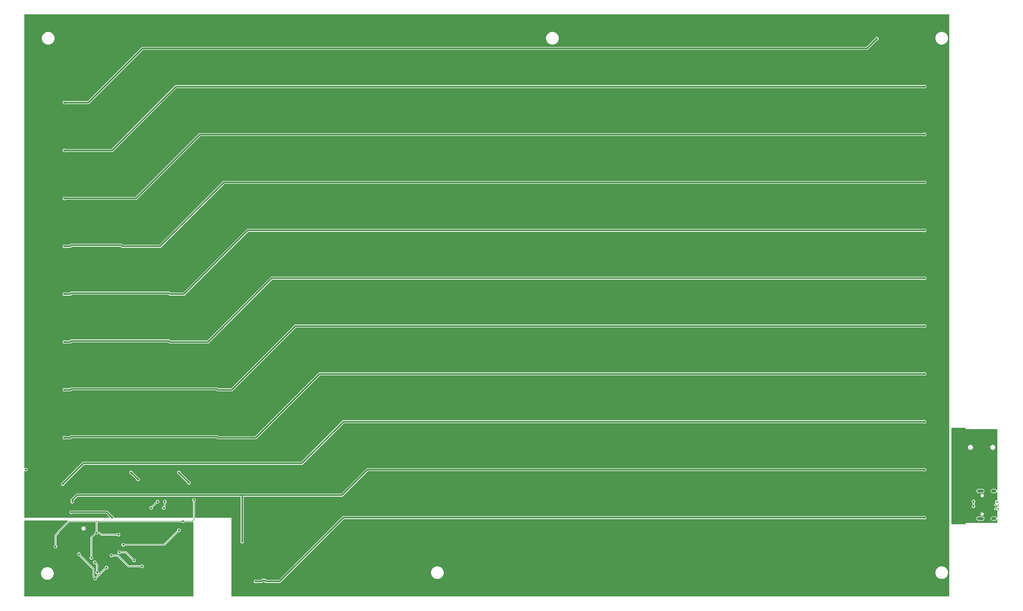
<source format=gbl>
G04 EAGLE Gerber RS-274X export*
G75*
%MOMM*%
%FSLAX34Y34*%
%LPD*%
%INBottom Copper*%
%IPPOS*%
%AMOC8*
5,1,8,0,0,1.08239X$1,22.5*%
G01*
%ADD10C,0.203200*%
%ADD11C,1.000000*%
%ADD12C,0.736600*%
%ADD13C,0.177800*%
%ADD14C,0.550000*%

G36*
X2901158Y2803D02*
X2901158Y2803D01*
X2901216Y2801D01*
X2901298Y2823D01*
X2901382Y2835D01*
X2901435Y2858D01*
X2901491Y2873D01*
X2901564Y2916D01*
X2901641Y2951D01*
X2901686Y2989D01*
X2901736Y3018D01*
X2901794Y3080D01*
X2901858Y3134D01*
X2901890Y3183D01*
X2901930Y3226D01*
X2901969Y3301D01*
X2902016Y3371D01*
X2902033Y3427D01*
X2902060Y3479D01*
X2902071Y3547D01*
X2902101Y3642D01*
X2902104Y3742D01*
X2902115Y3810D01*
X2902115Y1825290D01*
X2902107Y1825348D01*
X2902109Y1825406D01*
X2902087Y1825488D01*
X2902075Y1825572D01*
X2902052Y1825625D01*
X2902037Y1825681D01*
X2901994Y1825754D01*
X2901959Y1825831D01*
X2901921Y1825876D01*
X2901892Y1825926D01*
X2901830Y1825984D01*
X2901776Y1826048D01*
X2901727Y1826080D01*
X2901684Y1826120D01*
X2901609Y1826159D01*
X2901539Y1826206D01*
X2901483Y1826223D01*
X2901431Y1826250D01*
X2901363Y1826261D01*
X2901268Y1826291D01*
X2901168Y1826294D01*
X2901100Y1826305D01*
X3810Y1826305D01*
X3752Y1826297D01*
X3694Y1826299D01*
X3612Y1826277D01*
X3528Y1826265D01*
X3475Y1826242D01*
X3419Y1826227D01*
X3346Y1826184D01*
X3269Y1826149D01*
X3224Y1826111D01*
X3174Y1826082D01*
X3116Y1826020D01*
X3052Y1825966D01*
X3020Y1825917D01*
X2980Y1825874D01*
X2941Y1825799D01*
X2894Y1825729D01*
X2877Y1825673D01*
X2850Y1825621D01*
X2839Y1825553D01*
X2809Y1825458D01*
X2806Y1825358D01*
X2795Y1825290D01*
X2795Y405470D01*
X2799Y405440D01*
X2796Y405411D01*
X2819Y405300D01*
X2835Y405188D01*
X2847Y405161D01*
X2853Y405132D01*
X2905Y405032D01*
X2951Y404929D01*
X2970Y404906D01*
X2984Y404880D01*
X3062Y404798D01*
X3134Y404712D01*
X3159Y404695D01*
X3180Y404674D01*
X3277Y404617D01*
X3371Y404554D01*
X3400Y404545D01*
X3425Y404530D01*
X3534Y404503D01*
X3642Y404469D01*
X3672Y404468D01*
X3701Y404460D01*
X3813Y404464D01*
X3926Y404461D01*
X3955Y404469D01*
X3985Y404470D01*
X4092Y404505D01*
X4201Y404533D01*
X4227Y404548D01*
X4255Y404557D01*
X4290Y404582D01*
X6414Y405462D01*
X8586Y405462D01*
X10594Y404630D01*
X12130Y403094D01*
X12962Y401086D01*
X12962Y398914D01*
X12130Y396906D01*
X10594Y395370D01*
X8586Y394538D01*
X6414Y394538D01*
X4317Y395407D01*
X4301Y395419D01*
X4274Y395429D01*
X4249Y395446D01*
X4141Y395480D01*
X4036Y395520D01*
X4006Y395522D01*
X3978Y395531D01*
X3865Y395534D01*
X3752Y395544D01*
X3723Y395538D01*
X3694Y395539D01*
X3585Y395510D01*
X3474Y395488D01*
X3447Y395474D01*
X3419Y395467D01*
X3322Y395409D01*
X3221Y395357D01*
X3200Y395337D01*
X3174Y395322D01*
X3097Y395239D01*
X3015Y395162D01*
X3000Y395136D01*
X2980Y395114D01*
X2928Y395014D01*
X2871Y394917D01*
X2864Y394888D01*
X2850Y394861D01*
X2837Y394784D01*
X2801Y394641D01*
X2803Y394578D01*
X2795Y394530D01*
X2795Y250000D01*
X2803Y249942D01*
X2801Y249884D01*
X2823Y249802D01*
X2835Y249718D01*
X2858Y249665D01*
X2873Y249609D01*
X2916Y249536D01*
X2951Y249459D01*
X2989Y249414D01*
X3018Y249364D01*
X3080Y249306D01*
X3134Y249242D01*
X3183Y249210D01*
X3226Y249170D01*
X3301Y249131D01*
X3371Y249084D01*
X3427Y249067D01*
X3479Y249040D01*
X3547Y249029D01*
X3642Y248999D01*
X3742Y248996D01*
X3810Y248985D01*
X270210Y248985D01*
X270239Y248989D01*
X270268Y248986D01*
X270379Y249009D01*
X270491Y249025D01*
X270518Y249037D01*
X270547Y249042D01*
X270647Y249095D01*
X270751Y249141D01*
X270773Y249160D01*
X270799Y249173D01*
X270881Y249251D01*
X270968Y249325D01*
X270984Y249349D01*
X271005Y249369D01*
X271062Y249467D01*
X271125Y249561D01*
X271134Y249589D01*
X271149Y249614D01*
X271177Y249724D01*
X271211Y249832D01*
X271212Y249862D01*
X271219Y249890D01*
X271215Y250003D01*
X271218Y250116D01*
X271211Y250145D01*
X271210Y250174D01*
X271175Y250282D01*
X271146Y250391D01*
X271131Y250417D01*
X271122Y250445D01*
X271077Y250508D01*
X271001Y250636D01*
X270956Y250679D01*
X270928Y250718D01*
X259471Y262174D01*
X259402Y262226D01*
X259338Y262286D01*
X259288Y262312D01*
X259244Y262345D01*
X259163Y262376D01*
X259085Y262416D01*
X259037Y262424D01*
X258979Y262446D01*
X258831Y262458D01*
X258754Y262471D01*
X153591Y262471D01*
X153560Y262467D01*
X153529Y262469D01*
X153453Y262452D01*
X153309Y262431D01*
X153251Y262405D01*
X153202Y262394D01*
X151136Y261538D01*
X148964Y261538D01*
X146956Y262370D01*
X145420Y263906D01*
X144588Y265914D01*
X144588Y268086D01*
X145420Y270094D01*
X146956Y271630D01*
X148964Y272462D01*
X151136Y272462D01*
X153202Y271606D01*
X153232Y271598D01*
X153260Y271584D01*
X153337Y271571D01*
X153478Y271535D01*
X153542Y271537D01*
X153591Y271529D01*
X262926Y271529D01*
X265876Y268579D01*
X278749Y255706D01*
X278773Y255687D01*
X278793Y255664D01*
X278860Y255622D01*
X278976Y255535D01*
X279036Y255512D01*
X279078Y255486D01*
X281144Y254630D01*
X282680Y253094D01*
X283512Y251086D01*
X283512Y250000D01*
X283520Y249942D01*
X283518Y249884D01*
X283540Y249802D01*
X283552Y249719D01*
X283575Y249665D01*
X283590Y249609D01*
X283633Y249536D01*
X283668Y249459D01*
X283706Y249414D01*
X283735Y249364D01*
X283797Y249306D01*
X283851Y249242D01*
X283900Y249210D01*
X283943Y249170D01*
X284018Y249131D01*
X284088Y249085D01*
X284144Y249067D01*
X284196Y249040D01*
X284264Y249029D01*
X284359Y248999D01*
X284459Y248996D01*
X284527Y248985D01*
X531190Y248985D01*
X531248Y248993D01*
X531306Y248991D01*
X531388Y249013D01*
X531472Y249025D01*
X531525Y249049D01*
X531581Y249063D01*
X531654Y249106D01*
X531731Y249141D01*
X531776Y249179D01*
X531826Y249209D01*
X531884Y249270D01*
X531948Y249325D01*
X531980Y249373D01*
X532020Y249416D01*
X532059Y249491D01*
X532106Y249561D01*
X532123Y249617D01*
X532150Y249669D01*
X532161Y249737D01*
X532191Y249832D01*
X532194Y249932D01*
X532205Y250000D01*
X532205Y299650D01*
X532193Y299737D01*
X532190Y299824D01*
X532173Y299877D01*
X532165Y299932D01*
X532130Y300011D01*
X532103Y300095D01*
X532075Y300134D01*
X532049Y300191D01*
X531953Y300304D01*
X531908Y300368D01*
X530370Y301906D01*
X529538Y303914D01*
X529538Y306086D01*
X530370Y308094D01*
X531906Y309630D01*
X533914Y310462D01*
X536086Y310462D01*
X538094Y309630D01*
X539630Y308094D01*
X540462Y306086D01*
X540462Y303914D01*
X539630Y301906D01*
X538092Y300368D01*
X538040Y300298D01*
X537980Y300234D01*
X537954Y300185D01*
X537921Y300141D01*
X537890Y300059D01*
X537850Y299981D01*
X537842Y299934D01*
X537820Y299875D01*
X537808Y299727D01*
X537795Y299650D01*
X537795Y250000D01*
X537803Y249942D01*
X537801Y249884D01*
X537823Y249802D01*
X537835Y249719D01*
X537858Y249665D01*
X537873Y249609D01*
X537916Y249536D01*
X537951Y249459D01*
X537989Y249414D01*
X538018Y249364D01*
X538080Y249306D01*
X538134Y249242D01*
X538183Y249210D01*
X538226Y249170D01*
X538301Y249131D01*
X538371Y249085D01*
X538427Y249067D01*
X538479Y249040D01*
X538547Y249029D01*
X538642Y248999D01*
X538742Y248996D01*
X538810Y248985D01*
X652035Y248985D01*
X652035Y3810D01*
X652043Y3752D01*
X652041Y3694D01*
X652063Y3612D01*
X652075Y3528D01*
X652099Y3475D01*
X652113Y3419D01*
X652156Y3346D01*
X652191Y3269D01*
X652229Y3224D01*
X652259Y3174D01*
X652320Y3116D01*
X652375Y3052D01*
X652423Y3020D01*
X652466Y2980D01*
X652541Y2941D01*
X652611Y2894D01*
X652667Y2877D01*
X652719Y2850D01*
X652787Y2839D01*
X652882Y2809D01*
X652982Y2806D01*
X653050Y2795D01*
X2901100Y2795D01*
X2901158Y2803D01*
G37*
G36*
X531878Y2803D02*
X531878Y2803D01*
X531936Y2801D01*
X532018Y2823D01*
X532102Y2835D01*
X532155Y2858D01*
X532211Y2873D01*
X532284Y2916D01*
X532361Y2951D01*
X532406Y2989D01*
X532456Y3018D01*
X532514Y3080D01*
X532578Y3134D01*
X532610Y3183D01*
X532650Y3226D01*
X532689Y3301D01*
X532736Y3371D01*
X532753Y3427D01*
X532780Y3479D01*
X532791Y3547D01*
X532821Y3642D01*
X532824Y3742D01*
X532835Y3810D01*
X532835Y234757D01*
X532827Y234815D01*
X532829Y234873D01*
X532807Y234955D01*
X532795Y235039D01*
X532772Y235092D01*
X532757Y235148D01*
X532714Y235221D01*
X532679Y235298D01*
X532641Y235343D01*
X532612Y235393D01*
X532550Y235451D01*
X532496Y235515D01*
X532447Y235547D01*
X532404Y235587D01*
X532329Y235626D01*
X532259Y235673D01*
X532203Y235690D01*
X532151Y235717D01*
X532083Y235728D01*
X531988Y235758D01*
X531888Y235761D01*
X531820Y235772D01*
X531705Y235772D01*
X531618Y235760D01*
X531531Y235757D01*
X531478Y235740D01*
X531424Y235732D01*
X531344Y235697D01*
X531260Y235670D01*
X531226Y235645D01*
X528786Y235645D01*
X528786Y235646D01*
X528704Y235677D01*
X528626Y235717D01*
X528578Y235725D01*
X528520Y235747D01*
X528372Y235759D01*
X528295Y235772D01*
X505477Y235772D01*
X505390Y235760D01*
X505303Y235757D01*
X505250Y235740D01*
X505195Y235732D01*
X505116Y235697D01*
X505032Y235670D01*
X504993Y235642D01*
X504936Y235616D01*
X504823Y235520D01*
X504759Y235475D01*
X503094Y233810D01*
X501086Y232978D01*
X498914Y232978D01*
X496906Y233810D01*
X495241Y235475D01*
X495171Y235527D01*
X495107Y235587D01*
X495058Y235613D01*
X495014Y235646D01*
X494932Y235677D01*
X494854Y235717D01*
X494807Y235725D01*
X494748Y235747D01*
X494600Y235759D01*
X494523Y235772D01*
X239755Y235772D01*
X239668Y235760D01*
X239581Y235757D01*
X239528Y235740D01*
X239474Y235732D01*
X239394Y235697D01*
X239310Y235670D01*
X239276Y235645D01*
X232733Y235645D01*
X232675Y235637D01*
X232617Y235639D01*
X232535Y235617D01*
X232451Y235605D01*
X232398Y235582D01*
X232342Y235567D01*
X232269Y235524D01*
X232192Y235489D01*
X232147Y235451D01*
X232097Y235422D01*
X232039Y235360D01*
X231975Y235306D01*
X231943Y235257D01*
X231903Y235214D01*
X231864Y235139D01*
X231817Y235069D01*
X231800Y235013D01*
X231773Y234961D01*
X231762Y234893D01*
X231732Y234798D01*
X231729Y234698D01*
X231718Y234630D01*
X231718Y207477D01*
X231730Y207390D01*
X231733Y207303D01*
X231750Y207250D01*
X231758Y207195D01*
X231793Y207116D01*
X231820Y207032D01*
X231848Y206993D01*
X231874Y206936D01*
X231970Y206823D01*
X232015Y206759D01*
X233682Y205092D01*
X233752Y205040D01*
X233816Y204980D01*
X233865Y204954D01*
X233909Y204921D01*
X233991Y204890D01*
X234069Y204850D01*
X234116Y204842D01*
X234175Y204820D01*
X234323Y204808D01*
X234400Y204795D01*
X239208Y204795D01*
X241142Y202860D01*
X244350Y199652D01*
X244420Y199600D01*
X244484Y199540D01*
X244533Y199514D01*
X244577Y199481D01*
X244659Y199450D01*
X244737Y199410D01*
X244785Y199402D01*
X244843Y199380D01*
X244991Y199368D01*
X245068Y199355D01*
X292640Y199355D01*
X292727Y199367D01*
X292814Y199370D01*
X292867Y199387D01*
X292922Y199395D01*
X293001Y199430D01*
X293085Y199457D01*
X293124Y199485D01*
X293181Y199511D01*
X293294Y199607D01*
X293358Y199652D01*
X294896Y201190D01*
X296904Y202022D01*
X299076Y202022D01*
X301084Y201190D01*
X302620Y199654D01*
X303452Y197646D01*
X303452Y195474D01*
X302620Y193466D01*
X301084Y191930D01*
X299076Y191098D01*
X296904Y191098D01*
X294896Y191930D01*
X293358Y193468D01*
X293288Y193520D01*
X293224Y193580D01*
X293175Y193606D01*
X293131Y193639D01*
X293049Y193670D01*
X292971Y193710D01*
X292924Y193718D01*
X292865Y193740D01*
X292717Y193752D01*
X292640Y193765D01*
X242332Y193765D01*
X240398Y195700D01*
X237190Y198908D01*
X237120Y198960D01*
X237056Y199020D01*
X237007Y199046D01*
X236963Y199079D01*
X236881Y199110D01*
X236803Y199150D01*
X236755Y199158D01*
X236697Y199180D01*
X236549Y199192D01*
X236472Y199205D01*
X234400Y199205D01*
X234313Y199193D01*
X234226Y199190D01*
X234173Y199173D01*
X234118Y199165D01*
X234039Y199130D01*
X233955Y199103D01*
X233916Y199075D01*
X233859Y199049D01*
X233746Y198953D01*
X233682Y198908D01*
X232144Y197370D01*
X230136Y196538D01*
X227964Y196538D01*
X226715Y197056D01*
X226713Y197056D01*
X226712Y197057D01*
X226579Y197091D01*
X226439Y197127D01*
X226438Y197127D01*
X226436Y197127D01*
X226295Y197122D01*
X226155Y197118D01*
X226154Y197118D01*
X226152Y197118D01*
X226018Y197074D01*
X225884Y197032D01*
X225883Y197031D01*
X225882Y197030D01*
X225869Y197021D01*
X225648Y196873D01*
X225629Y196850D01*
X225608Y196836D01*
X216142Y187369D01*
X216090Y187299D01*
X216030Y187236D01*
X216004Y187186D01*
X215971Y187142D01*
X215940Y187060D01*
X215900Y186983D01*
X215892Y186935D01*
X215870Y186876D01*
X215858Y186729D01*
X215845Y186651D01*
X215845Y129170D01*
X215857Y129083D01*
X215860Y128996D01*
X215877Y128943D01*
X215885Y128888D01*
X215920Y128809D01*
X215947Y128725D01*
X215975Y128686D01*
X216001Y128629D01*
X216097Y128516D01*
X216142Y128452D01*
X217680Y126914D01*
X218512Y124906D01*
X218512Y122734D01*
X217680Y120726D01*
X216144Y119190D01*
X214136Y118358D01*
X211964Y118358D01*
X209956Y119190D01*
X208420Y120726D01*
X207588Y122734D01*
X207588Y124906D01*
X208420Y126914D01*
X209958Y128452D01*
X210010Y128522D01*
X210070Y128586D01*
X210096Y128635D01*
X210129Y128679D01*
X210160Y128761D01*
X210200Y128839D01*
X210208Y128886D01*
X210230Y128945D01*
X210242Y129093D01*
X210255Y129170D01*
X210255Y189208D01*
X211932Y190884D01*
X211933Y190885D01*
X212013Y190920D01*
X212096Y190947D01*
X212135Y190975D01*
X212192Y191001D01*
X212306Y191097D01*
X212369Y191142D01*
X223291Y202064D01*
X223343Y202133D01*
X223403Y202197D01*
X223429Y202247D01*
X223462Y202291D01*
X223488Y202359D01*
X223489Y202360D01*
X223490Y202365D01*
X223493Y202373D01*
X223533Y202450D01*
X223541Y202498D01*
X223563Y202557D01*
X223567Y202609D01*
X223574Y202631D01*
X223576Y202710D01*
X223588Y202782D01*
X223588Y203086D01*
X224420Y205094D01*
X226085Y206759D01*
X226137Y206829D01*
X226197Y206893D01*
X226223Y206942D01*
X226256Y206986D01*
X226287Y207068D01*
X226327Y207146D01*
X226335Y207193D01*
X226357Y207252D01*
X226369Y207400D01*
X226382Y207477D01*
X226382Y234630D01*
X226374Y234688D01*
X226376Y234746D01*
X226354Y234828D01*
X226342Y234912D01*
X226319Y234965D01*
X226304Y235021D01*
X226261Y235094D01*
X226226Y235171D01*
X226188Y235216D01*
X226159Y235266D01*
X226097Y235324D01*
X226043Y235388D01*
X225994Y235420D01*
X225951Y235460D01*
X225876Y235499D01*
X225806Y235546D01*
X225750Y235563D01*
X225698Y235590D01*
X225630Y235601D01*
X225535Y235631D01*
X225435Y235634D01*
X225367Y235645D01*
X143818Y235645D01*
X143732Y235633D01*
X143644Y235630D01*
X143591Y235613D01*
X143537Y235605D01*
X143457Y235570D01*
X143374Y235543D01*
X143334Y235515D01*
X143277Y235489D01*
X143164Y235393D01*
X143100Y235348D01*
X112409Y204657D01*
X112357Y204587D01*
X112297Y204523D01*
X112271Y204474D01*
X112238Y204430D01*
X112207Y204348D01*
X112167Y204270D01*
X112159Y204222D01*
X112137Y204164D01*
X112125Y204016D01*
X112112Y203939D01*
X112112Y202029D01*
X103392Y193310D01*
X103340Y193240D01*
X103280Y193176D01*
X103254Y193127D01*
X103221Y193083D01*
X103190Y193001D01*
X103150Y192923D01*
X103142Y192875D01*
X103120Y192817D01*
X103108Y192669D01*
X103095Y192592D01*
X103095Y164350D01*
X103107Y164263D01*
X103110Y164176D01*
X103127Y164123D01*
X103135Y164068D01*
X103170Y163989D01*
X103197Y163905D01*
X103225Y163866D01*
X103251Y163809D01*
X103347Y163696D01*
X103392Y163632D01*
X104930Y162094D01*
X105762Y160086D01*
X105762Y157914D01*
X104930Y155906D01*
X103394Y154370D01*
X101386Y153538D01*
X99214Y153538D01*
X97206Y154370D01*
X95670Y155906D01*
X94838Y157914D01*
X94838Y160086D01*
X95670Y162094D01*
X97208Y163632D01*
X97260Y163702D01*
X97320Y163766D01*
X97346Y163815D01*
X97379Y163859D01*
X97410Y163941D01*
X97450Y164019D01*
X97458Y164066D01*
X97480Y164125D01*
X97492Y164273D01*
X97505Y164350D01*
X97505Y195328D01*
X106225Y204047D01*
X106277Y204117D01*
X106337Y204181D01*
X106363Y204230D01*
X106396Y204275D01*
X106427Y204356D01*
X106467Y204434D01*
X106475Y204482D01*
X106497Y204540D01*
X106507Y204657D01*
X106508Y204662D01*
X106509Y204682D01*
X106509Y204688D01*
X106522Y204765D01*
X106522Y206675D01*
X139130Y239282D01*
X139147Y239306D01*
X139170Y239325D01*
X139233Y239419D01*
X139301Y239509D01*
X139311Y239537D01*
X139327Y239561D01*
X139362Y239669D01*
X139402Y239775D01*
X139404Y239804D01*
X139413Y239832D01*
X139416Y239946D01*
X139425Y240058D01*
X139420Y240087D01*
X139420Y240116D01*
X139392Y240226D01*
X139370Y240337D01*
X139356Y240363D01*
X139349Y240391D01*
X139291Y240489D01*
X139239Y240589D01*
X139218Y240611D01*
X139203Y240636D01*
X139121Y240713D01*
X139043Y240795D01*
X139017Y240810D01*
X138996Y240830D01*
X138895Y240882D01*
X138797Y240939D01*
X138769Y240946D01*
X138743Y240960D01*
X138666Y240973D01*
X138522Y241009D01*
X138459Y241007D01*
X138412Y241015D01*
X3810Y241015D01*
X3752Y241007D01*
X3694Y241009D01*
X3612Y240987D01*
X3528Y240975D01*
X3475Y240952D01*
X3419Y240937D01*
X3346Y240894D01*
X3269Y240859D01*
X3224Y240821D01*
X3174Y240792D01*
X3116Y240730D01*
X3052Y240676D01*
X3020Y240627D01*
X2980Y240584D01*
X2941Y240509D01*
X2894Y240439D01*
X2877Y240383D01*
X2850Y240331D01*
X2839Y240263D01*
X2809Y240168D01*
X2806Y240068D01*
X2795Y240000D01*
X2795Y3810D01*
X2803Y3752D01*
X2801Y3694D01*
X2823Y3612D01*
X2835Y3528D01*
X2858Y3475D01*
X2873Y3419D01*
X2916Y3346D01*
X2951Y3269D01*
X2989Y3224D01*
X3018Y3174D01*
X3080Y3116D01*
X3134Y3052D01*
X3183Y3020D01*
X3226Y2980D01*
X3301Y2941D01*
X3371Y2894D01*
X3427Y2877D01*
X3479Y2850D01*
X3547Y2839D01*
X3642Y2809D01*
X3742Y2806D01*
X3810Y2795D01*
X531820Y2795D01*
X531878Y2803D01*
G37*
G36*
X2952348Y228993D02*
X2952348Y228993D01*
X2952406Y228991D01*
X2952488Y229013D01*
X2952572Y229025D01*
X2952625Y229049D01*
X2952681Y229063D01*
X2952754Y229106D01*
X2952831Y229141D01*
X2952876Y229179D01*
X2952926Y229209D01*
X2952984Y229270D01*
X2953048Y229325D01*
X2953080Y229373D01*
X2953120Y229416D01*
X2953159Y229491D01*
X2953206Y229561D01*
X2953223Y229617D01*
X2953250Y229669D01*
X2953261Y229737D01*
X2953291Y229832D01*
X2953294Y229932D01*
X2953305Y230000D01*
X2953305Y231158D01*
X2954942Y232795D01*
X3052290Y232795D01*
X3052348Y232803D01*
X3052406Y232801D01*
X3052488Y232823D01*
X3052572Y232835D01*
X3052625Y232858D01*
X3052681Y232873D01*
X3052754Y232916D01*
X3052831Y232951D01*
X3052876Y232989D01*
X3052926Y233018D01*
X3052984Y233080D01*
X3053048Y233134D01*
X3053080Y233183D01*
X3053120Y233226D01*
X3053159Y233301D01*
X3053206Y233371D01*
X3053223Y233427D01*
X3053250Y233479D01*
X3053261Y233547D01*
X3053291Y233642D01*
X3053294Y233742D01*
X3053305Y233810D01*
X3053305Y243912D01*
X3053293Y243997D01*
X3053291Y244083D01*
X3053273Y244138D01*
X3053265Y244194D01*
X3053230Y244272D01*
X3053204Y244354D01*
X3053172Y244401D01*
X3053149Y244453D01*
X3053094Y244519D01*
X3053046Y244590D01*
X3053002Y244627D01*
X3052966Y244670D01*
X3052894Y244718D01*
X3052828Y244773D01*
X3052776Y244796D01*
X3052729Y244828D01*
X3052647Y244854D01*
X3052568Y244889D01*
X3052512Y244896D01*
X3052458Y244914D01*
X3052372Y244916D01*
X3052287Y244928D01*
X3052231Y244919D01*
X3052174Y244921D01*
X3052091Y244899D01*
X3052005Y244887D01*
X3051954Y244863D01*
X3051899Y244849D01*
X3051825Y244805D01*
X3051746Y244770D01*
X3051703Y244733D01*
X3051654Y244704D01*
X3051595Y244641D01*
X3051530Y244585D01*
X3051504Y244544D01*
X3051460Y244497D01*
X3051394Y244367D01*
X3051352Y244301D01*
X3050797Y242960D01*
X3048890Y241053D01*
X3046398Y240021D01*
X3037702Y240021D01*
X3035210Y241053D01*
X3033303Y242960D01*
X3032271Y245452D01*
X3032271Y248148D01*
X3033303Y250640D01*
X3035210Y252547D01*
X3037702Y253579D01*
X3046398Y253579D01*
X3048890Y252547D01*
X3050797Y250640D01*
X3051352Y249299D01*
X3051396Y249225D01*
X3051431Y249147D01*
X3051468Y249103D01*
X3051497Y249054D01*
X3051559Y248995D01*
X3051615Y248930D01*
X3051662Y248898D01*
X3051703Y248859D01*
X3051780Y248820D01*
X3051851Y248772D01*
X3051905Y248755D01*
X3051956Y248729D01*
X3052040Y248712D01*
X3052122Y248686D01*
X3052179Y248685D01*
X3052235Y248674D01*
X3052320Y248681D01*
X3052406Y248679D01*
X3052461Y248693D01*
X3052518Y248698D01*
X3052599Y248729D01*
X3052681Y248751D01*
X3052730Y248780D01*
X3052783Y248800D01*
X3052852Y248852D01*
X3052926Y248896D01*
X3052965Y248938D01*
X3053010Y248972D01*
X3053062Y249041D01*
X3053120Y249103D01*
X3053146Y249154D01*
X3053180Y249200D01*
X3053211Y249280D01*
X3053250Y249357D01*
X3053258Y249405D01*
X3053281Y249466D01*
X3053292Y249610D01*
X3053305Y249688D01*
X3053305Y273216D01*
X3053297Y273274D01*
X3053299Y273333D01*
X3053277Y273414D01*
X3053265Y273498D01*
X3053242Y273551D01*
X3053227Y273608D01*
X3053184Y273680D01*
X3053149Y273757D01*
X3053111Y273802D01*
X3053082Y273852D01*
X3053020Y273910D01*
X3052966Y273974D01*
X3052917Y274007D01*
X3052874Y274047D01*
X3052799Y274085D01*
X3052729Y274132D01*
X3052673Y274150D01*
X3052621Y274176D01*
X3052553Y274188D01*
X3052458Y274218D01*
X3052358Y274220D01*
X3052290Y274232D01*
X3045817Y274232D01*
X3045754Y274223D01*
X3045705Y274225D01*
X3044723Y274116D01*
X3044659Y274154D01*
X3044629Y274162D01*
X3044601Y274176D01*
X3044523Y274189D01*
X3044480Y274200D01*
X3043779Y274901D01*
X3043728Y274939D01*
X3043695Y274976D01*
X3042924Y275593D01*
X3042905Y275665D01*
X3042889Y275692D01*
X3042880Y275722D01*
X3042834Y275786D01*
X3042811Y275825D01*
X3042811Y276815D01*
X3042802Y276879D01*
X3042805Y276927D01*
X3042696Y277910D01*
X3042734Y277973D01*
X3042741Y278004D01*
X3042756Y278032D01*
X3042769Y278109D01*
X3042780Y278153D01*
X3043481Y278853D01*
X3043519Y278904D01*
X3043556Y278937D01*
X3046518Y282640D01*
X3048819Y282895D01*
X3050627Y281449D01*
X3050707Y280724D01*
X3050708Y280722D01*
X3050707Y280720D01*
X3050743Y280585D01*
X3050778Y280449D01*
X3050779Y280447D01*
X3050779Y280445D01*
X3050849Y280328D01*
X3050922Y280204D01*
X3050923Y280202D01*
X3050925Y280201D01*
X3051026Y280106D01*
X3051128Y280009D01*
X3051130Y280008D01*
X3051132Y280006D01*
X3051257Y279942D01*
X3051381Y279878D01*
X3051383Y279878D01*
X3051385Y279877D01*
X3051405Y279873D01*
X3051660Y279823D01*
X3051691Y279825D01*
X3051716Y279821D01*
X3052290Y279821D01*
X3052348Y279829D01*
X3052406Y279828D01*
X3052488Y279849D01*
X3052572Y279861D01*
X3052625Y279885D01*
X3052681Y279900D01*
X3052754Y279943D01*
X3052831Y279977D01*
X3052876Y280015D01*
X3052926Y280045D01*
X3052984Y280106D01*
X3053048Y280161D01*
X3053080Y280210D01*
X3053120Y280252D01*
X3053159Y280327D01*
X3053206Y280398D01*
X3053223Y280453D01*
X3053250Y280505D01*
X3053261Y280573D01*
X3053291Y280669D01*
X3053294Y280768D01*
X3053305Y280836D01*
X3053305Y284646D01*
X3053297Y284704D01*
X3053299Y284763D01*
X3053277Y284844D01*
X3053265Y284928D01*
X3053242Y284981D01*
X3053227Y285038D01*
X3053184Y285110D01*
X3053149Y285187D01*
X3053111Y285232D01*
X3053082Y285282D01*
X3053020Y285340D01*
X3052966Y285404D01*
X3052917Y285437D01*
X3052874Y285477D01*
X3052799Y285515D01*
X3052729Y285562D01*
X3052673Y285580D01*
X3052621Y285606D01*
X3052553Y285618D01*
X3052458Y285648D01*
X3052358Y285650D01*
X3052290Y285662D01*
X3045817Y285662D01*
X3045754Y285653D01*
X3045705Y285655D01*
X3044723Y285546D01*
X3044659Y285584D01*
X3044629Y285592D01*
X3044601Y285606D01*
X3044523Y285619D01*
X3044480Y285630D01*
X3043779Y286331D01*
X3043728Y286369D01*
X3043695Y286406D01*
X3042924Y287023D01*
X3042905Y287095D01*
X3042889Y287122D01*
X3042880Y287152D01*
X3042834Y287216D01*
X3042811Y287255D01*
X3042811Y288245D01*
X3042802Y288309D01*
X3042805Y288357D01*
X3042696Y289340D01*
X3042734Y289403D01*
X3042741Y289434D01*
X3042756Y289462D01*
X3042769Y289539D01*
X3042780Y289583D01*
X3043481Y290283D01*
X3043519Y290334D01*
X3043556Y290367D01*
X3046502Y294050D01*
X3046528Y294095D01*
X3046562Y294134D01*
X3046600Y294216D01*
X3046646Y294294D01*
X3046659Y294345D01*
X3046681Y294392D01*
X3046695Y294482D01*
X3046718Y294569D01*
X3046716Y294622D01*
X3046724Y294673D01*
X3046713Y294745D01*
X3046710Y294854D01*
X3046682Y294941D01*
X3046672Y295005D01*
X3046145Y296587D01*
X3046996Y298289D01*
X3047001Y298305D01*
X3047010Y298320D01*
X3047046Y298440D01*
X3047086Y298559D01*
X3047087Y298576D01*
X3047092Y298592D01*
X3047093Y298718D01*
X3047098Y298843D01*
X3047094Y298859D01*
X3047094Y298876D01*
X3047073Y298945D01*
X3047031Y299119D01*
X3047007Y299161D01*
X3046996Y299197D01*
X3046145Y300900D01*
X3046877Y303096D01*
X3048948Y304131D01*
X3051969Y303124D01*
X3052047Y303110D01*
X3052122Y303086D01*
X3052186Y303084D01*
X3052249Y303073D01*
X3052327Y303081D01*
X3052406Y303079D01*
X3052468Y303095D01*
X3052531Y303101D01*
X3052605Y303131D01*
X3052681Y303151D01*
X3052736Y303183D01*
X3052795Y303207D01*
X3052858Y303255D01*
X3052926Y303296D01*
X3052969Y303342D01*
X3053020Y303382D01*
X3053066Y303446D01*
X3053120Y303503D01*
X3053149Y303560D01*
X3053187Y303612D01*
X3053214Y303686D01*
X3053250Y303756D01*
X3053259Y303810D01*
X3053284Y303879D01*
X3053287Y303932D01*
X3053291Y303945D01*
X3053293Y304015D01*
X3053305Y304087D01*
X3053305Y330312D01*
X3053293Y330397D01*
X3053291Y330483D01*
X3053273Y330538D01*
X3053265Y330594D01*
X3053230Y330672D01*
X3053204Y330754D01*
X3053172Y330801D01*
X3053149Y330853D01*
X3053094Y330919D01*
X3053046Y330990D01*
X3053002Y331027D01*
X3052966Y331070D01*
X3052894Y331118D01*
X3052828Y331173D01*
X3052776Y331196D01*
X3052729Y331228D01*
X3052647Y331254D01*
X3052568Y331289D01*
X3052512Y331296D01*
X3052458Y331314D01*
X3052372Y331316D01*
X3052287Y331328D01*
X3052231Y331319D01*
X3052174Y331321D01*
X3052091Y331299D01*
X3052005Y331287D01*
X3051954Y331263D01*
X3051899Y331249D01*
X3051825Y331205D01*
X3051746Y331170D01*
X3051703Y331133D01*
X3051654Y331104D01*
X3051595Y331041D01*
X3051530Y330985D01*
X3051504Y330944D01*
X3051460Y330897D01*
X3051394Y330767D01*
X3051352Y330701D01*
X3050797Y329360D01*
X3048890Y327453D01*
X3046398Y326421D01*
X3037702Y326421D01*
X3035210Y327453D01*
X3033303Y329360D01*
X3032271Y331852D01*
X3032271Y334548D01*
X3033303Y337040D01*
X3035210Y338947D01*
X3037702Y339979D01*
X3046398Y339979D01*
X3048890Y338947D01*
X3050797Y337040D01*
X3051352Y335699D01*
X3051396Y335625D01*
X3051431Y335547D01*
X3051468Y335503D01*
X3051497Y335454D01*
X3051559Y335395D01*
X3051615Y335330D01*
X3051662Y335298D01*
X3051703Y335259D01*
X3051780Y335220D01*
X3051851Y335172D01*
X3051905Y335155D01*
X3051956Y335129D01*
X3052040Y335112D01*
X3052122Y335086D01*
X3052179Y335085D01*
X3052235Y335074D01*
X3052320Y335081D01*
X3052406Y335079D01*
X3052461Y335093D01*
X3052518Y335098D01*
X3052599Y335129D01*
X3052681Y335151D01*
X3052730Y335180D01*
X3052783Y335200D01*
X3052852Y335252D01*
X3052926Y335296D01*
X3052965Y335338D01*
X3053010Y335372D01*
X3053062Y335441D01*
X3053120Y335503D01*
X3053146Y335554D01*
X3053180Y335600D01*
X3053211Y335680D01*
X3053250Y335757D01*
X3053258Y335805D01*
X3053281Y335866D01*
X3053292Y336010D01*
X3053305Y336088D01*
X3053305Y526190D01*
X3053297Y526248D01*
X3053299Y526306D01*
X3053277Y526388D01*
X3053265Y526472D01*
X3053242Y526525D01*
X3053227Y526581D01*
X3053184Y526654D01*
X3053149Y526731D01*
X3053111Y526776D01*
X3053082Y526826D01*
X3053020Y526884D01*
X3052966Y526948D01*
X3052917Y526980D01*
X3052874Y527020D01*
X3052799Y527059D01*
X3052729Y527106D01*
X3052673Y527123D01*
X3052621Y527150D01*
X3052553Y527161D01*
X3052458Y527191D01*
X3052358Y527194D01*
X3052290Y527205D01*
X2954942Y527205D01*
X2953305Y528842D01*
X2953305Y530000D01*
X2953297Y530058D01*
X2953299Y530116D01*
X2953277Y530198D01*
X2953265Y530282D01*
X2953242Y530335D01*
X2953227Y530391D01*
X2953184Y530464D01*
X2953149Y530541D01*
X2953111Y530586D01*
X2953082Y530636D01*
X2953020Y530694D01*
X2952966Y530758D01*
X2952917Y530790D01*
X2952874Y530830D01*
X2952799Y530869D01*
X2952729Y530916D01*
X2952673Y530933D01*
X2952621Y530960D01*
X2952553Y530971D01*
X2952458Y531001D01*
X2952358Y531004D01*
X2952290Y531015D01*
X2910000Y531015D01*
X2909942Y531007D01*
X2909884Y531009D01*
X2909802Y530987D01*
X2909719Y530975D01*
X2909665Y530952D01*
X2909609Y530937D01*
X2909536Y530894D01*
X2909459Y530859D01*
X2909414Y530821D01*
X2909364Y530792D01*
X2909306Y530730D01*
X2909242Y530676D01*
X2909210Y530627D01*
X2909170Y530584D01*
X2909131Y530509D01*
X2909085Y530439D01*
X2909067Y530383D01*
X2909040Y530331D01*
X2909029Y530263D01*
X2908999Y530168D01*
X2908996Y530068D01*
X2908985Y530000D01*
X2908985Y230000D01*
X2908993Y229942D01*
X2908991Y229884D01*
X2909013Y229802D01*
X2909025Y229719D01*
X2909049Y229665D01*
X2909063Y229609D01*
X2909106Y229536D01*
X2909141Y229459D01*
X2909179Y229414D01*
X2909209Y229364D01*
X2909270Y229306D01*
X2909325Y229242D01*
X2909373Y229210D01*
X2909416Y229170D01*
X2909491Y229131D01*
X2909561Y229085D01*
X2909617Y229067D01*
X2909669Y229040D01*
X2909737Y229029D01*
X2909832Y228999D01*
X2909932Y228996D01*
X2910000Y228985D01*
X2952290Y228985D01*
X2952348Y228993D01*
G37*
%LPC*%
G36*
X684414Y169038D02*
X684414Y169038D01*
X682406Y169870D01*
X680870Y171406D01*
X680038Y173414D01*
X680038Y175586D01*
X680894Y177652D01*
X680902Y177682D01*
X680916Y177710D01*
X680929Y177787D01*
X680965Y177928D01*
X680963Y177992D01*
X680971Y178041D01*
X680971Y314456D01*
X680963Y314514D01*
X680965Y314572D01*
X680943Y314654D01*
X680931Y314738D01*
X680908Y314791D01*
X680893Y314847D01*
X680850Y314920D01*
X680815Y314997D01*
X680777Y315042D01*
X680748Y315092D01*
X680686Y315150D01*
X680632Y315214D01*
X680583Y315246D01*
X680540Y315286D01*
X680465Y315325D01*
X680395Y315372D01*
X680339Y315389D01*
X680287Y315416D01*
X680219Y315427D01*
X680124Y315457D01*
X680024Y315460D01*
X679956Y315471D01*
X170346Y315471D01*
X170260Y315459D01*
X170172Y315456D01*
X170120Y315439D01*
X170065Y315431D01*
X169985Y315396D01*
X169902Y315369D01*
X169863Y315341D01*
X169805Y315315D01*
X169692Y315219D01*
X169629Y315174D01*
X158121Y303667D01*
X158120Y303665D01*
X158119Y303664D01*
X158034Y303551D01*
X157950Y303440D01*
X157950Y303438D01*
X157949Y303437D01*
X157899Y303305D01*
X157849Y303174D01*
X157849Y303172D01*
X157848Y303171D01*
X157837Y303031D01*
X157826Y302891D01*
X157826Y302889D01*
X157826Y302887D01*
X157829Y302873D01*
X157881Y302612D01*
X157896Y302585D01*
X157901Y302560D01*
X158512Y301086D01*
X158512Y298914D01*
X157680Y296906D01*
X156144Y295370D01*
X154136Y294538D01*
X151964Y294538D01*
X149956Y295370D01*
X148420Y296906D01*
X147588Y298914D01*
X147588Y301086D01*
X148444Y303152D01*
X148452Y303182D01*
X148466Y303210D01*
X148479Y303287D01*
X148515Y303428D01*
X148513Y303492D01*
X148521Y303541D01*
X148521Y306876D01*
X166174Y324529D01*
X995754Y324529D01*
X995840Y324541D01*
X995928Y324544D01*
X995980Y324561D01*
X996035Y324569D01*
X996115Y324604D01*
X996198Y324631D01*
X996237Y324659D01*
X996295Y324685D01*
X996408Y324781D01*
X996471Y324826D01*
X1076174Y404529D01*
X2821459Y404529D01*
X2821490Y404533D01*
X2821521Y404531D01*
X2821597Y404548D01*
X2821741Y404569D01*
X2821799Y404595D01*
X2821848Y404606D01*
X2823914Y405462D01*
X2826086Y405462D01*
X2828094Y404630D01*
X2829630Y403094D01*
X2830462Y401086D01*
X2830462Y398914D01*
X2829630Y396906D01*
X2828094Y395370D01*
X2826086Y394538D01*
X2823914Y394538D01*
X2821848Y395394D01*
X2821818Y395402D01*
X2821790Y395416D01*
X2821713Y395429D01*
X2821572Y395465D01*
X2821508Y395463D01*
X2821459Y395471D01*
X1080346Y395471D01*
X1080260Y395459D01*
X1080172Y395456D01*
X1080120Y395439D01*
X1080065Y395431D01*
X1079985Y395396D01*
X1079902Y395369D01*
X1079863Y395341D01*
X1079805Y395315D01*
X1079692Y395219D01*
X1079629Y395174D01*
X999926Y315471D01*
X691044Y315471D01*
X690986Y315463D01*
X690928Y315465D01*
X690846Y315443D01*
X690762Y315431D01*
X690709Y315408D01*
X690653Y315393D01*
X690580Y315350D01*
X690503Y315315D01*
X690458Y315277D01*
X690408Y315248D01*
X690350Y315186D01*
X690286Y315132D01*
X690254Y315083D01*
X690214Y315040D01*
X690175Y314965D01*
X690128Y314895D01*
X690111Y314839D01*
X690084Y314787D01*
X690073Y314719D01*
X690043Y314624D01*
X690040Y314524D01*
X690029Y314456D01*
X690029Y178041D01*
X690033Y178010D01*
X690031Y177979D01*
X690048Y177903D01*
X690069Y177759D01*
X690095Y177701D01*
X690106Y177652D01*
X690962Y175586D01*
X690962Y173414D01*
X690130Y171406D01*
X688594Y169870D01*
X686586Y169038D01*
X684414Y169038D01*
G37*
%LPD*%
%LPC*%
G36*
X121964Y349538D02*
X121964Y349538D01*
X119956Y350370D01*
X118420Y351906D01*
X117588Y353914D01*
X117588Y356086D01*
X118420Y358094D01*
X119956Y359630D01*
X122022Y360486D01*
X122049Y360502D01*
X122078Y360511D01*
X122142Y360557D01*
X122267Y360630D01*
X122311Y360677D01*
X122351Y360706D01*
X186174Y424529D01*
X870754Y424529D01*
X870840Y424541D01*
X870928Y424544D01*
X870980Y424561D01*
X871035Y424569D01*
X871115Y424604D01*
X871198Y424631D01*
X871237Y424659D01*
X871295Y424685D01*
X871408Y424781D01*
X871471Y424826D01*
X1001174Y554529D01*
X2821459Y554529D01*
X2821490Y554533D01*
X2821521Y554531D01*
X2821597Y554548D01*
X2821741Y554569D01*
X2821799Y554595D01*
X2821848Y554606D01*
X2823914Y555462D01*
X2826086Y555462D01*
X2828094Y554630D01*
X2829630Y553094D01*
X2830462Y551086D01*
X2830462Y548914D01*
X2829630Y546906D01*
X2828094Y545370D01*
X2826086Y544538D01*
X2823914Y544538D01*
X2821848Y545394D01*
X2821818Y545402D01*
X2821790Y545416D01*
X2821713Y545429D01*
X2821572Y545465D01*
X2821508Y545463D01*
X2821459Y545471D01*
X1005346Y545471D01*
X1005260Y545459D01*
X1005172Y545456D01*
X1005120Y545439D01*
X1005065Y545431D01*
X1004985Y545396D01*
X1004902Y545369D01*
X1004863Y545341D01*
X1004805Y545315D01*
X1004692Y545219D01*
X1004629Y545174D01*
X874926Y415471D01*
X190346Y415471D01*
X190260Y415459D01*
X190172Y415456D01*
X190120Y415439D01*
X190065Y415431D01*
X189985Y415396D01*
X189902Y415369D01*
X189863Y415341D01*
X189805Y415315D01*
X189692Y415219D01*
X189629Y415174D01*
X128756Y354301D01*
X128738Y354277D01*
X128714Y354257D01*
X128672Y354190D01*
X128585Y354074D01*
X128562Y354014D01*
X128536Y353972D01*
X127680Y351906D01*
X126144Y350370D01*
X124136Y349538D01*
X121964Y349538D01*
G37*
%LPD*%
%LPC*%
G36*
X126964Y1094538D02*
X126964Y1094538D01*
X124956Y1095370D01*
X123420Y1096906D01*
X122588Y1098914D01*
X122588Y1101086D01*
X123420Y1103094D01*
X124956Y1104630D01*
X126964Y1105462D01*
X129136Y1105462D01*
X131202Y1104606D01*
X131232Y1104598D01*
X131260Y1104584D01*
X131337Y1104571D01*
X131478Y1104535D01*
X131542Y1104537D01*
X131591Y1104529D01*
X144141Y1104529D01*
X144228Y1104541D01*
X144316Y1104544D01*
X144368Y1104561D01*
X144423Y1104569D01*
X144503Y1104604D01*
X144586Y1104631D01*
X144625Y1104659D01*
X144682Y1104685D01*
X144796Y1104781D01*
X144859Y1104826D01*
X147773Y1107740D01*
X308327Y1107740D01*
X311241Y1104826D01*
X311310Y1104774D01*
X311374Y1104714D01*
X311424Y1104688D01*
X311468Y1104655D01*
X311550Y1104624D01*
X311627Y1104584D01*
X311675Y1104576D01*
X311733Y1104554D01*
X311881Y1104542D01*
X311959Y1104529D01*
X425754Y1104529D01*
X425840Y1104541D01*
X425928Y1104544D01*
X425980Y1104561D01*
X426035Y1104569D01*
X426115Y1104604D01*
X426198Y1104631D01*
X426237Y1104659D01*
X426295Y1104685D01*
X426408Y1104781D01*
X426471Y1104826D01*
X626174Y1304529D01*
X2821459Y1304529D01*
X2821490Y1304533D01*
X2821521Y1304531D01*
X2821597Y1304548D01*
X2821741Y1304569D01*
X2821799Y1304595D01*
X2821848Y1304606D01*
X2823914Y1305462D01*
X2826086Y1305462D01*
X2828094Y1304630D01*
X2829630Y1303094D01*
X2830462Y1301086D01*
X2830462Y1298914D01*
X2829630Y1296906D01*
X2828094Y1295370D01*
X2826086Y1294538D01*
X2823914Y1294538D01*
X2821848Y1295394D01*
X2821818Y1295402D01*
X2821790Y1295416D01*
X2821713Y1295429D01*
X2821572Y1295465D01*
X2821508Y1295463D01*
X2821459Y1295471D01*
X630346Y1295471D01*
X630260Y1295459D01*
X630172Y1295456D01*
X630120Y1295439D01*
X630065Y1295431D01*
X629985Y1295396D01*
X629902Y1295369D01*
X629863Y1295341D01*
X629805Y1295315D01*
X629692Y1295219D01*
X629629Y1295174D01*
X429926Y1095471D01*
X307786Y1095471D01*
X304873Y1098385D01*
X304803Y1098437D01*
X304739Y1098497D01*
X304690Y1098523D01*
X304645Y1098556D01*
X304564Y1098587D01*
X304486Y1098627D01*
X304438Y1098635D01*
X304380Y1098657D01*
X304232Y1098669D01*
X304155Y1098682D01*
X151945Y1098682D01*
X151859Y1098670D01*
X151771Y1098667D01*
X151719Y1098650D01*
X151664Y1098642D01*
X151584Y1098607D01*
X151501Y1098580D01*
X151461Y1098552D01*
X151404Y1098526D01*
X151291Y1098430D01*
X151227Y1098385D01*
X148314Y1095471D01*
X131591Y1095471D01*
X131560Y1095467D01*
X131529Y1095469D01*
X131453Y1095452D01*
X131309Y1095431D01*
X131251Y1095405D01*
X131202Y1095394D01*
X129136Y1094538D01*
X126964Y1094538D01*
G37*
%LPD*%
%LPC*%
G36*
X126964Y494538D02*
X126964Y494538D01*
X124956Y495370D01*
X123420Y496906D01*
X122588Y498914D01*
X122588Y501086D01*
X123420Y503094D01*
X124956Y504630D01*
X126964Y505462D01*
X129136Y505462D01*
X131202Y504606D01*
X131232Y504598D01*
X131260Y504584D01*
X131337Y504571D01*
X131478Y504535D01*
X131542Y504537D01*
X131591Y504529D01*
X144141Y504529D01*
X144228Y504541D01*
X144316Y504544D01*
X144368Y504561D01*
X144423Y504569D01*
X144503Y504604D01*
X144586Y504631D01*
X144625Y504659D01*
X144682Y504685D01*
X144796Y504781D01*
X144859Y504826D01*
X147773Y507740D01*
X608327Y507740D01*
X611241Y504826D01*
X611310Y504774D01*
X611374Y504714D01*
X611424Y504688D01*
X611468Y504655D01*
X611550Y504624D01*
X611627Y504584D01*
X611675Y504576D01*
X611733Y504554D01*
X611881Y504542D01*
X611959Y504529D01*
X725754Y504529D01*
X725840Y504541D01*
X725928Y504544D01*
X725980Y504561D01*
X726035Y504569D01*
X726115Y504604D01*
X726198Y504631D01*
X726237Y504659D01*
X726295Y504685D01*
X726408Y504781D01*
X726471Y504826D01*
X926174Y704529D01*
X2821459Y704529D01*
X2821490Y704533D01*
X2821521Y704531D01*
X2821597Y704548D01*
X2821741Y704569D01*
X2821799Y704595D01*
X2821848Y704606D01*
X2823914Y705462D01*
X2826086Y705462D01*
X2828094Y704630D01*
X2829630Y703094D01*
X2830462Y701086D01*
X2830462Y698914D01*
X2829630Y696906D01*
X2828094Y695370D01*
X2826086Y694538D01*
X2823914Y694538D01*
X2821848Y695394D01*
X2821818Y695402D01*
X2821790Y695416D01*
X2821713Y695429D01*
X2821572Y695465D01*
X2821508Y695463D01*
X2821459Y695471D01*
X930346Y695471D01*
X930260Y695459D01*
X930172Y695456D01*
X930120Y695439D01*
X930065Y695431D01*
X929985Y695396D01*
X929902Y695369D01*
X929863Y695341D01*
X929805Y695315D01*
X929692Y695219D01*
X929629Y695174D01*
X729926Y495471D01*
X607786Y495471D01*
X604873Y498385D01*
X604803Y498437D01*
X604739Y498497D01*
X604690Y498523D01*
X604645Y498556D01*
X604564Y498587D01*
X604486Y498627D01*
X604438Y498635D01*
X604380Y498657D01*
X604232Y498669D01*
X604155Y498682D01*
X151945Y498682D01*
X151859Y498670D01*
X151771Y498667D01*
X151719Y498650D01*
X151664Y498642D01*
X151584Y498607D01*
X151501Y498580D01*
X151461Y498552D01*
X151404Y498526D01*
X151291Y498430D01*
X151227Y498385D01*
X148314Y495471D01*
X131591Y495471D01*
X131560Y495467D01*
X131529Y495469D01*
X131453Y495452D01*
X131309Y495431D01*
X131251Y495405D01*
X131202Y495394D01*
X129136Y494538D01*
X126964Y494538D01*
G37*
%LPD*%
%LPC*%
G36*
X126964Y644538D02*
X126964Y644538D01*
X124956Y645370D01*
X123420Y646906D01*
X122588Y648914D01*
X122588Y651086D01*
X123420Y653094D01*
X124956Y654630D01*
X126964Y655462D01*
X129136Y655462D01*
X131202Y654606D01*
X131232Y654598D01*
X131260Y654584D01*
X131337Y654571D01*
X131478Y654535D01*
X131542Y654537D01*
X131591Y654529D01*
X144141Y654529D01*
X144228Y654541D01*
X144316Y654544D01*
X144368Y654561D01*
X144423Y654569D01*
X144503Y654604D01*
X144586Y654631D01*
X144625Y654659D01*
X144682Y654685D01*
X144796Y654781D01*
X144859Y654826D01*
X147773Y657740D01*
X608327Y657740D01*
X611241Y654826D01*
X611310Y654774D01*
X611374Y654714D01*
X611424Y654688D01*
X611468Y654655D01*
X611550Y654624D01*
X611627Y654584D01*
X611675Y654576D01*
X611733Y654554D01*
X611881Y654542D01*
X611959Y654529D01*
X650754Y654529D01*
X650840Y654541D01*
X650928Y654544D01*
X650980Y654561D01*
X651035Y654569D01*
X651115Y654604D01*
X651198Y654631D01*
X651237Y654659D01*
X651295Y654685D01*
X651408Y654781D01*
X651471Y654826D01*
X851174Y854529D01*
X2821459Y854529D01*
X2821490Y854533D01*
X2821521Y854531D01*
X2821597Y854548D01*
X2821741Y854569D01*
X2821799Y854595D01*
X2821848Y854606D01*
X2823914Y855462D01*
X2826086Y855462D01*
X2828094Y854630D01*
X2829630Y853094D01*
X2830462Y851086D01*
X2830462Y848914D01*
X2829630Y846906D01*
X2828094Y845370D01*
X2826086Y844538D01*
X2823914Y844538D01*
X2821848Y845394D01*
X2821818Y845402D01*
X2821790Y845416D01*
X2821713Y845429D01*
X2821572Y845465D01*
X2821508Y845463D01*
X2821459Y845471D01*
X855346Y845471D01*
X855260Y845459D01*
X855172Y845456D01*
X855120Y845439D01*
X855065Y845431D01*
X854985Y845396D01*
X854902Y845369D01*
X854863Y845341D01*
X854805Y845315D01*
X854692Y845219D01*
X854629Y845174D01*
X654926Y645471D01*
X607786Y645471D01*
X604873Y648385D01*
X604803Y648437D01*
X604739Y648497D01*
X604690Y648523D01*
X604645Y648556D01*
X604564Y648587D01*
X604486Y648627D01*
X604438Y648635D01*
X604380Y648657D01*
X604232Y648669D01*
X604155Y648682D01*
X151945Y648682D01*
X151859Y648670D01*
X151771Y648667D01*
X151719Y648650D01*
X151664Y648642D01*
X151584Y648607D01*
X151501Y648580D01*
X151461Y648552D01*
X151404Y648526D01*
X151291Y648430D01*
X151227Y648385D01*
X148314Y645471D01*
X131591Y645471D01*
X131560Y645467D01*
X131529Y645469D01*
X131453Y645452D01*
X131309Y645431D01*
X131259Y645409D01*
X131253Y645408D01*
X131242Y645403D01*
X131202Y645394D01*
X129136Y644538D01*
X126964Y644538D01*
G37*
%LPD*%
%LPC*%
G36*
X126964Y944538D02*
X126964Y944538D01*
X124956Y945370D01*
X123420Y946906D01*
X122588Y948914D01*
X122588Y951086D01*
X123420Y953094D01*
X124956Y954630D01*
X126964Y955462D01*
X129136Y955462D01*
X131202Y954606D01*
X131232Y954598D01*
X131260Y954584D01*
X131337Y954571D01*
X131478Y954535D01*
X131542Y954537D01*
X131591Y954529D01*
X144141Y954529D01*
X144228Y954541D01*
X144316Y954544D01*
X144368Y954561D01*
X144423Y954569D01*
X144503Y954604D01*
X144586Y954631D01*
X144625Y954659D01*
X144682Y954685D01*
X144796Y954781D01*
X144859Y954826D01*
X147773Y957740D01*
X458327Y957740D01*
X461241Y954826D01*
X461310Y954774D01*
X461374Y954714D01*
X461424Y954688D01*
X461468Y954655D01*
X461550Y954624D01*
X461627Y954584D01*
X461675Y954576D01*
X461733Y954554D01*
X461881Y954542D01*
X461959Y954529D01*
X500754Y954529D01*
X500840Y954541D01*
X500928Y954544D01*
X500980Y954561D01*
X501035Y954569D01*
X501115Y954604D01*
X501198Y954631D01*
X501237Y954659D01*
X501295Y954685D01*
X501408Y954781D01*
X501471Y954826D01*
X701174Y1154529D01*
X2821459Y1154529D01*
X2821490Y1154533D01*
X2821521Y1154531D01*
X2821597Y1154548D01*
X2821741Y1154569D01*
X2821799Y1154595D01*
X2821848Y1154606D01*
X2823914Y1155462D01*
X2826086Y1155462D01*
X2828094Y1154630D01*
X2829630Y1153094D01*
X2830462Y1151086D01*
X2830462Y1148914D01*
X2829630Y1146906D01*
X2828094Y1145370D01*
X2826086Y1144538D01*
X2823914Y1144538D01*
X2821848Y1145394D01*
X2821818Y1145402D01*
X2821790Y1145416D01*
X2821713Y1145429D01*
X2821572Y1145465D01*
X2821508Y1145463D01*
X2821459Y1145471D01*
X705346Y1145471D01*
X705260Y1145459D01*
X705172Y1145456D01*
X705120Y1145439D01*
X705065Y1145431D01*
X704985Y1145396D01*
X704902Y1145369D01*
X704863Y1145341D01*
X704805Y1145315D01*
X704692Y1145219D01*
X704629Y1145174D01*
X504926Y945471D01*
X457786Y945471D01*
X454873Y948385D01*
X454803Y948437D01*
X454739Y948497D01*
X454690Y948523D01*
X454645Y948556D01*
X454564Y948587D01*
X454486Y948627D01*
X454438Y948635D01*
X454380Y948657D01*
X454232Y948669D01*
X454155Y948682D01*
X151945Y948682D01*
X151859Y948670D01*
X151771Y948667D01*
X151719Y948650D01*
X151664Y948642D01*
X151584Y948607D01*
X151501Y948580D01*
X151461Y948552D01*
X151404Y948526D01*
X151291Y948430D01*
X151227Y948385D01*
X148314Y945471D01*
X131591Y945471D01*
X131560Y945467D01*
X131529Y945469D01*
X131453Y945452D01*
X131309Y945431D01*
X131251Y945405D01*
X131202Y945394D01*
X129136Y944538D01*
X126964Y944538D01*
G37*
%LPD*%
%LPC*%
G36*
X126964Y794538D02*
X126964Y794538D01*
X124956Y795370D01*
X123420Y796906D01*
X122588Y798914D01*
X122588Y801086D01*
X123420Y803094D01*
X124956Y804630D01*
X126964Y805462D01*
X129136Y805462D01*
X131202Y804606D01*
X131232Y804598D01*
X131260Y804584D01*
X131337Y804571D01*
X131478Y804535D01*
X131542Y804537D01*
X131591Y804529D01*
X144141Y804529D01*
X144228Y804541D01*
X144316Y804544D01*
X144368Y804561D01*
X144423Y804569D01*
X144503Y804604D01*
X144586Y804631D01*
X144625Y804659D01*
X144682Y804685D01*
X144796Y804781D01*
X144859Y804826D01*
X147773Y807740D01*
X458327Y807740D01*
X461241Y804826D01*
X461310Y804774D01*
X461374Y804714D01*
X461424Y804688D01*
X461468Y804655D01*
X461550Y804624D01*
X461627Y804584D01*
X461675Y804576D01*
X461733Y804554D01*
X461881Y804542D01*
X461959Y804529D01*
X575754Y804529D01*
X575840Y804541D01*
X575928Y804544D01*
X575980Y804561D01*
X576035Y804569D01*
X576115Y804604D01*
X576198Y804631D01*
X576237Y804659D01*
X576295Y804685D01*
X576408Y804781D01*
X576471Y804826D01*
X776174Y1004529D01*
X2821459Y1004529D01*
X2821490Y1004533D01*
X2821521Y1004531D01*
X2821597Y1004548D01*
X2821741Y1004569D01*
X2821799Y1004595D01*
X2821848Y1004606D01*
X2823914Y1005462D01*
X2826086Y1005462D01*
X2828094Y1004630D01*
X2829630Y1003094D01*
X2830462Y1001086D01*
X2830462Y998914D01*
X2829630Y996906D01*
X2828094Y995370D01*
X2826086Y994538D01*
X2823914Y994538D01*
X2821848Y995394D01*
X2821818Y995402D01*
X2821790Y995416D01*
X2821713Y995429D01*
X2821572Y995465D01*
X2821508Y995463D01*
X2821459Y995471D01*
X780346Y995471D01*
X780260Y995459D01*
X780172Y995456D01*
X780120Y995439D01*
X780065Y995431D01*
X779985Y995396D01*
X779902Y995369D01*
X779863Y995341D01*
X779805Y995315D01*
X779692Y995219D01*
X779629Y995174D01*
X579926Y795471D01*
X457786Y795471D01*
X454873Y798385D01*
X454803Y798437D01*
X454739Y798497D01*
X454690Y798523D01*
X454645Y798556D01*
X454564Y798587D01*
X454486Y798627D01*
X454438Y798635D01*
X454380Y798657D01*
X454232Y798669D01*
X454155Y798682D01*
X151945Y798682D01*
X151859Y798670D01*
X151771Y798667D01*
X151719Y798650D01*
X151664Y798642D01*
X151584Y798607D01*
X151501Y798580D01*
X151461Y798552D01*
X151404Y798526D01*
X151291Y798430D01*
X151227Y798385D01*
X148314Y795471D01*
X131591Y795471D01*
X131560Y795467D01*
X131529Y795469D01*
X131453Y795452D01*
X131309Y795431D01*
X131251Y795405D01*
X131202Y795394D01*
X129136Y794538D01*
X126964Y794538D01*
G37*
%LPD*%
%LPC*%
G36*
X126964Y1394538D02*
X126964Y1394538D01*
X124956Y1395370D01*
X123420Y1396906D01*
X122588Y1398914D01*
X122588Y1401086D01*
X123420Y1403094D01*
X124956Y1404630D01*
X126964Y1405462D01*
X129136Y1405462D01*
X131202Y1404606D01*
X131232Y1404598D01*
X131260Y1404584D01*
X131337Y1404571D01*
X131478Y1404535D01*
X131542Y1404537D01*
X131591Y1404529D01*
X275754Y1404529D01*
X275840Y1404541D01*
X275928Y1404544D01*
X275980Y1404561D01*
X276035Y1404569D01*
X276115Y1404604D01*
X276198Y1404631D01*
X276237Y1404659D01*
X276295Y1404685D01*
X276408Y1404781D01*
X276471Y1404826D01*
X476174Y1604529D01*
X2821459Y1604529D01*
X2821490Y1604533D01*
X2821521Y1604531D01*
X2821597Y1604548D01*
X2821741Y1604569D01*
X2821799Y1604595D01*
X2821848Y1604606D01*
X2823914Y1605462D01*
X2826086Y1605462D01*
X2828094Y1604630D01*
X2829630Y1603094D01*
X2830462Y1601086D01*
X2830462Y1598914D01*
X2829630Y1596906D01*
X2828094Y1595370D01*
X2826086Y1594538D01*
X2823914Y1594538D01*
X2821848Y1595394D01*
X2821818Y1595402D01*
X2821790Y1595416D01*
X2821713Y1595429D01*
X2821572Y1595465D01*
X2821508Y1595463D01*
X2821459Y1595471D01*
X480346Y1595471D01*
X480260Y1595459D01*
X480172Y1595456D01*
X480120Y1595439D01*
X480065Y1595431D01*
X479985Y1595396D01*
X479902Y1595369D01*
X479863Y1595341D01*
X479805Y1595315D01*
X479692Y1595219D01*
X479629Y1595174D01*
X279926Y1395471D01*
X131591Y1395471D01*
X131560Y1395467D01*
X131529Y1395469D01*
X131453Y1395452D01*
X131309Y1395431D01*
X131251Y1395405D01*
X131202Y1395394D01*
X129136Y1394538D01*
X126964Y1394538D01*
G37*
%LPD*%
%LPC*%
G36*
X126964Y1244538D02*
X126964Y1244538D01*
X124956Y1245370D01*
X123420Y1246906D01*
X122588Y1248914D01*
X122588Y1251086D01*
X123420Y1253094D01*
X124956Y1254630D01*
X126964Y1255462D01*
X129136Y1255462D01*
X131202Y1254606D01*
X131232Y1254598D01*
X131260Y1254584D01*
X131337Y1254571D01*
X131478Y1254535D01*
X131542Y1254537D01*
X131591Y1254529D01*
X350754Y1254529D01*
X350840Y1254541D01*
X350928Y1254544D01*
X350980Y1254561D01*
X351035Y1254569D01*
X351115Y1254604D01*
X351198Y1254631D01*
X351237Y1254659D01*
X351295Y1254685D01*
X351408Y1254781D01*
X351471Y1254826D01*
X551174Y1454529D01*
X2821459Y1454529D01*
X2821490Y1454533D01*
X2821521Y1454531D01*
X2821597Y1454548D01*
X2821741Y1454569D01*
X2821799Y1454595D01*
X2821848Y1454606D01*
X2823914Y1455462D01*
X2826086Y1455462D01*
X2828094Y1454630D01*
X2829630Y1453094D01*
X2830462Y1451086D01*
X2830462Y1448914D01*
X2829630Y1446906D01*
X2828094Y1445370D01*
X2826086Y1444538D01*
X2823914Y1444538D01*
X2821848Y1445394D01*
X2821824Y1445400D01*
X2821805Y1445409D01*
X2821801Y1445410D01*
X2821790Y1445416D01*
X2821713Y1445429D01*
X2821572Y1445465D01*
X2821508Y1445463D01*
X2821459Y1445471D01*
X555346Y1445471D01*
X555260Y1445459D01*
X555172Y1445456D01*
X555120Y1445439D01*
X555065Y1445431D01*
X554985Y1445396D01*
X554902Y1445369D01*
X554863Y1445341D01*
X554805Y1445315D01*
X554692Y1445219D01*
X554629Y1445174D01*
X354926Y1245471D01*
X131591Y1245471D01*
X131560Y1245467D01*
X131529Y1245469D01*
X131453Y1245452D01*
X131309Y1245431D01*
X131287Y1245421D01*
X131284Y1245421D01*
X131247Y1245404D01*
X131202Y1245394D01*
X129136Y1244538D01*
X126964Y1244538D01*
G37*
%LPD*%
%LPC*%
G36*
X126964Y1544538D02*
X126964Y1544538D01*
X124956Y1545370D01*
X123420Y1546906D01*
X122588Y1548914D01*
X122588Y1551086D01*
X123420Y1553094D01*
X124956Y1554630D01*
X126964Y1555462D01*
X129136Y1555462D01*
X131202Y1554606D01*
X131232Y1554598D01*
X131260Y1554584D01*
X131337Y1554571D01*
X131478Y1554535D01*
X131542Y1554537D01*
X131591Y1554529D01*
X200754Y1554529D01*
X200840Y1554541D01*
X200928Y1554544D01*
X200980Y1554561D01*
X201035Y1554569D01*
X201115Y1554604D01*
X201198Y1554631D01*
X201237Y1554659D01*
X201295Y1554685D01*
X201408Y1554781D01*
X201471Y1554826D01*
X371174Y1724529D01*
X2642704Y1724529D01*
X2642790Y1724541D01*
X2642878Y1724544D01*
X2642930Y1724561D01*
X2642985Y1724569D01*
X2643065Y1724604D01*
X2643148Y1724631D01*
X2643187Y1724659D01*
X2643245Y1724685D01*
X2643358Y1724781D01*
X2643421Y1724826D01*
X2669294Y1750699D01*
X2669312Y1750723D01*
X2669336Y1750743D01*
X2669378Y1750810D01*
X2669465Y1750926D01*
X2669488Y1750986D01*
X2669514Y1751028D01*
X2670370Y1753094D01*
X2671906Y1754630D01*
X2673914Y1755462D01*
X2676086Y1755462D01*
X2678094Y1754630D01*
X2679630Y1753094D01*
X2680462Y1751086D01*
X2680462Y1748914D01*
X2679630Y1746906D01*
X2678094Y1745370D01*
X2676028Y1744514D01*
X2676001Y1744498D01*
X2675972Y1744489D01*
X2675908Y1744443D01*
X2675783Y1744370D01*
X2675739Y1744323D01*
X2675699Y1744294D01*
X2649826Y1718421D01*
X2646876Y1715471D01*
X375346Y1715471D01*
X375260Y1715459D01*
X375172Y1715456D01*
X375120Y1715439D01*
X375065Y1715431D01*
X374985Y1715396D01*
X374902Y1715369D01*
X374863Y1715341D01*
X374805Y1715315D01*
X374692Y1715219D01*
X374629Y1715174D01*
X204926Y1545471D01*
X131591Y1545471D01*
X131560Y1545467D01*
X131529Y1545469D01*
X131453Y1545452D01*
X131309Y1545431D01*
X131251Y1545405D01*
X131202Y1545394D01*
X129136Y1544538D01*
X126964Y1544538D01*
G37*
%LPD*%
%LPC*%
G36*
X726964Y44538D02*
X726964Y44538D01*
X724956Y45370D01*
X723420Y46906D01*
X722588Y48914D01*
X722588Y51086D01*
X723420Y53094D01*
X724956Y54630D01*
X726964Y55462D01*
X729136Y55462D01*
X731202Y54606D01*
X731232Y54598D01*
X731260Y54584D01*
X731337Y54571D01*
X731478Y54535D01*
X731542Y54537D01*
X731591Y54529D01*
X744142Y54529D01*
X744228Y54541D01*
X744316Y54544D01*
X744368Y54561D01*
X744423Y54569D01*
X744503Y54604D01*
X744586Y54631D01*
X744625Y54659D01*
X744682Y54685D01*
X744796Y54781D01*
X744859Y54826D01*
X747773Y57740D01*
X758327Y57740D01*
X761241Y54826D01*
X761310Y54774D01*
X761374Y54714D01*
X761424Y54688D01*
X761468Y54655D01*
X761550Y54624D01*
X761627Y54584D01*
X761675Y54576D01*
X761733Y54554D01*
X761881Y54542D01*
X761959Y54529D01*
X800754Y54529D01*
X800840Y54541D01*
X800928Y54544D01*
X800980Y54561D01*
X801035Y54569D01*
X801115Y54604D01*
X801198Y54631D01*
X801237Y54659D01*
X801295Y54685D01*
X801408Y54781D01*
X801471Y54826D01*
X1001174Y254529D01*
X2821459Y254529D01*
X2821490Y254533D01*
X2821521Y254531D01*
X2821597Y254548D01*
X2821741Y254569D01*
X2821799Y254595D01*
X2821848Y254606D01*
X2823914Y255462D01*
X2826086Y255462D01*
X2828094Y254630D01*
X2829630Y253094D01*
X2830462Y251086D01*
X2830462Y248914D01*
X2829630Y246906D01*
X2828094Y245370D01*
X2826086Y244538D01*
X2823914Y244538D01*
X2821848Y245394D01*
X2821818Y245402D01*
X2821790Y245416D01*
X2821713Y245429D01*
X2821572Y245465D01*
X2821508Y245463D01*
X2821459Y245471D01*
X1005346Y245471D01*
X1005260Y245459D01*
X1005172Y245456D01*
X1005120Y245439D01*
X1005065Y245431D01*
X1004985Y245396D01*
X1004902Y245369D01*
X1004863Y245341D01*
X1004805Y245315D01*
X1004692Y245219D01*
X1004629Y245174D01*
X804926Y45471D01*
X757786Y45471D01*
X754873Y48385D01*
X754803Y48437D01*
X754739Y48497D01*
X754690Y48523D01*
X754645Y48556D01*
X754564Y48587D01*
X754486Y48627D01*
X754438Y48635D01*
X754380Y48657D01*
X754232Y48669D01*
X754155Y48682D01*
X751945Y48682D01*
X751859Y48670D01*
X751771Y48667D01*
X751719Y48650D01*
X751664Y48642D01*
X751584Y48607D01*
X751501Y48580D01*
X751461Y48552D01*
X751404Y48526D01*
X751291Y48430D01*
X751227Y48385D01*
X748314Y45471D01*
X731591Y45471D01*
X731560Y45467D01*
X731529Y45469D01*
X731453Y45452D01*
X731309Y45431D01*
X731251Y45405D01*
X731202Y45394D01*
X729136Y44538D01*
X726964Y44538D01*
G37*
%LPD*%
%LPC*%
G36*
X223394Y53588D02*
X223394Y53588D01*
X221386Y54420D01*
X219850Y55956D01*
X219018Y57964D01*
X219018Y60136D01*
X219255Y60707D01*
X219255Y60708D01*
X219256Y60710D01*
X219289Y60841D01*
X219325Y60982D01*
X219325Y60984D01*
X219326Y60985D01*
X219321Y61126D01*
X219317Y61266D01*
X219317Y61268D01*
X219317Y61269D01*
X219273Y61405D01*
X219231Y61537D01*
X219230Y61538D01*
X219229Y61540D01*
X219220Y61552D01*
X219072Y61773D01*
X219049Y61793D01*
X219034Y61813D01*
X216605Y64242D01*
X216605Y87952D01*
X216593Y88038D01*
X216590Y88126D01*
X216573Y88179D01*
X216565Y88233D01*
X216530Y88313D01*
X216503Y88396D01*
X216475Y88436D01*
X216449Y88493D01*
X216353Y88606D01*
X216308Y88670D01*
X175487Y129491D01*
X175417Y129543D01*
X175353Y129603D01*
X175304Y129629D01*
X175260Y129662D01*
X175178Y129693D01*
X175100Y129733D01*
X175052Y129741D01*
X174994Y129763D01*
X174846Y129775D01*
X174769Y129788D01*
X172594Y129788D01*
X170586Y130620D01*
X169050Y132156D01*
X168218Y134164D01*
X168218Y136336D01*
X169050Y138344D01*
X170586Y139880D01*
X172594Y140712D01*
X174766Y140712D01*
X176774Y139880D01*
X178310Y138344D01*
X179142Y136336D01*
X179142Y134161D01*
X179154Y134075D01*
X179157Y133987D01*
X179174Y133934D01*
X179182Y133880D01*
X179217Y133800D01*
X179244Y133717D01*
X179272Y133677D01*
X179298Y133620D01*
X179394Y133507D01*
X179439Y133443D01*
X222195Y90688D01*
X222195Y66978D01*
X222207Y66892D01*
X222210Y66804D01*
X222227Y66751D01*
X222235Y66697D01*
X222270Y66617D01*
X222297Y66534D01*
X222325Y66494D01*
X222351Y66437D01*
X222447Y66324D01*
X222492Y66260D01*
X223943Y64809D01*
X224013Y64757D01*
X224077Y64697D01*
X224126Y64671D01*
X224170Y64638D01*
X224252Y64607D01*
X224330Y64567D01*
X224378Y64559D01*
X224436Y64537D01*
X224584Y64525D01*
X224661Y64512D01*
X225569Y64512D01*
X225655Y64524D01*
X225743Y64527D01*
X225796Y64544D01*
X225850Y64552D01*
X225930Y64587D01*
X226013Y64614D01*
X226053Y64642D01*
X226110Y64668D01*
X226223Y64764D01*
X226287Y64809D01*
X232383Y70905D01*
X232400Y70929D01*
X232423Y70948D01*
X232486Y71042D01*
X232554Y71132D01*
X232564Y71160D01*
X232580Y71184D01*
X232615Y71292D01*
X232655Y71398D01*
X232657Y71427D01*
X232666Y71455D01*
X232669Y71569D01*
X232678Y71681D01*
X232673Y71710D01*
X232673Y71739D01*
X232645Y71849D01*
X232623Y71960D01*
X232609Y71986D01*
X232602Y72014D01*
X232544Y72112D01*
X232492Y72212D01*
X232471Y72234D01*
X232456Y72259D01*
X232374Y72336D01*
X232296Y72418D01*
X232270Y72433D01*
X232249Y72453D01*
X232148Y72505D01*
X232051Y72562D01*
X232022Y72569D01*
X231996Y72583D01*
X231919Y72596D01*
X231775Y72632D01*
X231713Y72630D01*
X231665Y72638D01*
X229744Y72638D01*
X227736Y73470D01*
X226200Y75006D01*
X225368Y77014D01*
X225368Y79186D01*
X226200Y81194D01*
X227738Y82732D01*
X227790Y82802D01*
X227850Y82866D01*
X227876Y82915D01*
X227909Y82959D01*
X227940Y83041D01*
X227980Y83119D01*
X227988Y83166D01*
X228010Y83225D01*
X228022Y83373D01*
X228035Y83450D01*
X228035Y100652D01*
X228023Y100738D01*
X228020Y100826D01*
X228003Y100879D01*
X227995Y100933D01*
X227960Y101013D01*
X227933Y101096D01*
X227905Y101136D01*
X227879Y101193D01*
X227783Y101306D01*
X227738Y101370D01*
X225017Y104091D01*
X224947Y104143D01*
X224883Y104203D01*
X224834Y104229D01*
X224790Y104262D01*
X224708Y104293D01*
X224630Y104333D01*
X224582Y104341D01*
X224524Y104363D01*
X224376Y104375D01*
X224299Y104388D01*
X222124Y104388D01*
X220116Y105220D01*
X218580Y106756D01*
X217748Y108764D01*
X217748Y110936D01*
X218580Y112944D01*
X220116Y114480D01*
X222124Y115312D01*
X224296Y115312D01*
X226304Y114480D01*
X227840Y112944D01*
X228672Y110936D01*
X228672Y108761D01*
X228684Y108675D01*
X228687Y108587D01*
X228704Y108534D01*
X228712Y108480D01*
X228747Y108400D01*
X228774Y108317D01*
X228802Y108277D01*
X228828Y108220D01*
X228924Y108107D01*
X228969Y108043D01*
X231690Y105322D01*
X233625Y103388D01*
X233625Y83450D01*
X233637Y83363D01*
X233640Y83276D01*
X233657Y83223D01*
X233665Y83168D01*
X233700Y83089D01*
X233727Y83005D01*
X233755Y82966D01*
X233781Y82909D01*
X233877Y82796D01*
X233922Y82732D01*
X235460Y81194D01*
X236292Y79186D01*
X236292Y77265D01*
X236296Y77236D01*
X236293Y77207D01*
X236316Y77096D01*
X236332Y76984D01*
X236344Y76957D01*
X236349Y76928D01*
X236401Y76828D01*
X236448Y76724D01*
X236467Y76702D01*
X236480Y76676D01*
X236558Y76594D01*
X236631Y76507D01*
X236656Y76491D01*
X236676Y76470D01*
X236774Y76412D01*
X236868Y76350D01*
X236896Y76341D01*
X236921Y76326D01*
X237031Y76298D01*
X237139Y76264D01*
X237169Y76263D01*
X237197Y76256D01*
X237310Y76259D01*
X237423Y76257D01*
X237452Y76264D01*
X237481Y76265D01*
X237589Y76300D01*
X237698Y76328D01*
X237724Y76343D01*
X237752Y76352D01*
X237815Y76398D01*
X237943Y76474D01*
X237986Y76519D01*
X238025Y76547D01*
X254563Y93085D01*
X254615Y93155D01*
X254675Y93219D01*
X254700Y93268D01*
X254734Y93312D01*
X254765Y93394D01*
X254805Y93472D01*
X254813Y93520D01*
X254835Y93578D01*
X254847Y93726D01*
X254860Y93803D01*
X254860Y94144D01*
X255692Y96152D01*
X257228Y97688D01*
X259236Y98520D01*
X261408Y98520D01*
X263416Y97688D01*
X264952Y96152D01*
X265784Y94144D01*
X265784Y91972D01*
X264952Y89964D01*
X263416Y88428D01*
X261408Y87596D01*
X259236Y87596D01*
X258266Y87998D01*
X258265Y87998D01*
X258264Y87999D01*
X258130Y88033D01*
X257991Y88069D01*
X257990Y88069D01*
X257988Y88069D01*
X257847Y88065D01*
X257707Y88061D01*
X257705Y88060D01*
X257704Y88060D01*
X257571Y88017D01*
X257436Y87974D01*
X257435Y87973D01*
X257433Y87973D01*
X257421Y87964D01*
X257200Y87816D01*
X257180Y87792D01*
X257160Y87778D01*
X230239Y60857D01*
X230187Y60787D01*
X230127Y60723D01*
X230101Y60674D01*
X230068Y60630D01*
X230037Y60548D01*
X229997Y60470D01*
X229989Y60422D01*
X229967Y60364D01*
X229955Y60216D01*
X229942Y60139D01*
X229942Y57964D01*
X229110Y55956D01*
X227574Y54420D01*
X225566Y53588D01*
X223394Y53588D01*
G37*
%LPD*%
%LPC*%
G36*
X2874686Y1731921D02*
X2874686Y1731921D01*
X2867453Y1734917D01*
X2861917Y1740453D01*
X2858921Y1747686D01*
X2858921Y1755514D01*
X2861917Y1762747D01*
X2867453Y1768283D01*
X2874686Y1771279D01*
X2882514Y1771279D01*
X2889747Y1768283D01*
X2895283Y1762747D01*
X2898279Y1755514D01*
X2898279Y1747686D01*
X2895283Y1740453D01*
X2889747Y1734917D01*
X2882514Y1731921D01*
X2874686Y1731921D01*
G37*
%LPD*%
%LPC*%
G36*
X1654477Y1731921D02*
X1654477Y1731921D01*
X1647244Y1734917D01*
X1641708Y1740453D01*
X1638712Y1747686D01*
X1638712Y1755514D01*
X1641708Y1762747D01*
X1647244Y1768283D01*
X1654477Y1771279D01*
X1662305Y1771279D01*
X1669538Y1768283D01*
X1675074Y1762747D01*
X1678070Y1755514D01*
X1678070Y1747686D01*
X1675074Y1740453D01*
X1669538Y1734917D01*
X1662305Y1731921D01*
X1654477Y1731921D01*
G37*
%LPD*%
%LPC*%
G36*
X71086Y55321D02*
X71086Y55321D01*
X63853Y58317D01*
X58317Y63853D01*
X55321Y71086D01*
X55321Y78914D01*
X58317Y86147D01*
X63853Y91683D01*
X71086Y94679D01*
X78914Y94679D01*
X86147Y91683D01*
X91683Y86147D01*
X94679Y78914D01*
X94679Y71086D01*
X91683Y63853D01*
X86147Y58317D01*
X78914Y55321D01*
X71086Y55321D01*
G37*
%LPD*%
%LPC*%
G36*
X2874686Y57821D02*
X2874686Y57821D01*
X2867453Y60817D01*
X2861917Y66353D01*
X2858921Y73586D01*
X2858921Y81414D01*
X2861917Y88647D01*
X2867453Y94183D01*
X2874686Y97179D01*
X2882514Y97179D01*
X2889747Y94183D01*
X2895283Y88647D01*
X2898279Y81414D01*
X2898279Y73586D01*
X2895283Y66353D01*
X2889747Y60817D01*
X2882514Y57821D01*
X2874686Y57821D01*
G37*
%LPD*%
%LPC*%
G36*
X73586Y1731921D02*
X73586Y1731921D01*
X66353Y1734917D01*
X60817Y1740453D01*
X57821Y1747686D01*
X57821Y1755514D01*
X60817Y1762747D01*
X66353Y1768283D01*
X73586Y1771279D01*
X81414Y1771279D01*
X88647Y1768283D01*
X94183Y1762747D01*
X97179Y1755514D01*
X97179Y1747686D01*
X94183Y1740453D01*
X88647Y1734917D01*
X81414Y1731921D01*
X73586Y1731921D01*
G37*
%LPD*%
%LPC*%
G36*
X1293795Y57821D02*
X1293795Y57821D01*
X1286562Y60817D01*
X1281026Y66353D01*
X1278030Y73586D01*
X1278030Y81414D01*
X1281026Y88647D01*
X1286562Y94183D01*
X1293795Y97179D01*
X1301623Y97179D01*
X1308856Y94183D01*
X1314392Y88647D01*
X1317388Y81414D01*
X1317388Y73586D01*
X1314392Y66353D01*
X1308856Y60817D01*
X1301623Y57821D01*
X1293795Y57821D01*
G37*
%LPD*%
%LPC*%
G36*
X312214Y159111D02*
X312214Y159111D01*
X310206Y159943D01*
X308670Y161479D01*
X307838Y163487D01*
X307838Y165659D01*
X308670Y167667D01*
X310206Y169203D01*
X312214Y170035D01*
X314386Y170035D01*
X316394Y169203D01*
X317932Y167665D01*
X318002Y167613D01*
X318066Y167553D01*
X318115Y167527D01*
X318159Y167494D01*
X318241Y167463D01*
X318319Y167423D01*
X318366Y167415D01*
X318425Y167393D01*
X318573Y167381D01*
X318650Y167368D01*
X440058Y167368D01*
X440144Y167380D01*
X440232Y167383D01*
X440285Y167400D01*
X440339Y167408D01*
X440419Y167443D01*
X440502Y167470D01*
X440542Y167498D01*
X440599Y167524D01*
X440712Y167620D01*
X440776Y167665D01*
X481611Y208500D01*
X481663Y208570D01*
X481723Y208634D01*
X481749Y208683D01*
X481782Y208727D01*
X481813Y208809D01*
X481853Y208887D01*
X481861Y208935D01*
X481883Y208993D01*
X481895Y209141D01*
X481908Y209218D01*
X481908Y211393D01*
X482740Y213401D01*
X484276Y214937D01*
X486284Y215769D01*
X488456Y215769D01*
X490464Y214937D01*
X492000Y213401D01*
X492832Y211393D01*
X492832Y209221D01*
X492000Y207213D01*
X490464Y205677D01*
X488456Y204845D01*
X486281Y204845D01*
X486195Y204833D01*
X486107Y204830D01*
X486054Y204813D01*
X486000Y204805D01*
X485920Y204770D01*
X485837Y204743D01*
X485797Y204715D01*
X485740Y204689D01*
X485627Y204593D01*
X485563Y204548D01*
X442794Y161778D01*
X318650Y161778D01*
X318563Y161766D01*
X318476Y161763D01*
X318423Y161746D01*
X318368Y161738D01*
X318289Y161703D01*
X318205Y161676D01*
X318166Y161648D01*
X318109Y161622D01*
X317996Y161526D01*
X317932Y161481D01*
X316394Y159943D01*
X314386Y159111D01*
X312214Y159111D01*
G37*
%LPD*%
%LPC*%
G36*
X370714Y91688D02*
X370714Y91688D01*
X368706Y92520D01*
X367168Y94058D01*
X367098Y94110D01*
X367034Y94170D01*
X366985Y94196D01*
X366941Y94229D01*
X366859Y94260D01*
X366781Y94300D01*
X366734Y94308D01*
X366675Y94330D01*
X366527Y94342D01*
X366450Y94355D01*
X328732Y94355D01*
X326798Y96290D01*
X294740Y128348D01*
X294670Y128400D01*
X294606Y128460D01*
X294557Y128486D01*
X294513Y128519D01*
X294431Y128550D01*
X294353Y128590D01*
X294305Y128598D01*
X294247Y128620D01*
X294099Y128632D01*
X294022Y128645D01*
X280950Y128645D01*
X280863Y128633D01*
X280776Y128630D01*
X280723Y128613D01*
X280668Y128605D01*
X280589Y128570D01*
X280505Y128543D01*
X280466Y128515D01*
X280409Y128489D01*
X280296Y128393D01*
X280232Y128348D01*
X278694Y126810D01*
X276686Y125978D01*
X274514Y125978D01*
X272506Y126810D01*
X270970Y128346D01*
X270138Y130354D01*
X270138Y132526D01*
X270970Y134534D01*
X272506Y136070D01*
X274514Y136902D01*
X276686Y136902D01*
X278694Y136070D01*
X280232Y134532D01*
X280302Y134480D01*
X280366Y134420D01*
X280415Y134394D01*
X280459Y134361D01*
X280541Y134330D01*
X280619Y134290D01*
X280666Y134282D01*
X280725Y134260D01*
X280873Y134248D01*
X280950Y134235D01*
X296758Y134235D01*
X298692Y132300D01*
X330750Y100242D01*
X330820Y100190D01*
X330884Y100130D01*
X330933Y100104D01*
X330977Y100071D01*
X331059Y100040D01*
X331137Y100000D01*
X331185Y99992D01*
X331243Y99970D01*
X331391Y99958D01*
X331468Y99945D01*
X366450Y99945D01*
X366537Y99957D01*
X366624Y99960D01*
X366677Y99977D01*
X366732Y99985D01*
X366811Y100020D01*
X366895Y100047D01*
X366934Y100075D01*
X366991Y100101D01*
X367104Y100197D01*
X367168Y100242D01*
X368706Y101780D01*
X370714Y102612D01*
X372886Y102612D01*
X374894Y101780D01*
X376430Y100244D01*
X377262Y98236D01*
X377262Y96064D01*
X376430Y94056D01*
X374894Y92520D01*
X372886Y91688D01*
X370714Y91688D01*
G37*
%LPD*%
%LPC*%
G36*
X517964Y353538D02*
X517964Y353538D01*
X515956Y354370D01*
X514420Y355906D01*
X513564Y357972D01*
X513548Y357999D01*
X513539Y358028D01*
X513493Y358092D01*
X513420Y358217D01*
X513373Y358261D01*
X513344Y358301D01*
X486351Y385294D01*
X486327Y385312D01*
X486307Y385336D01*
X486240Y385378D01*
X486124Y385465D01*
X486064Y385488D01*
X486022Y385514D01*
X483956Y386370D01*
X482420Y387906D01*
X481588Y389914D01*
X481588Y392086D01*
X482420Y394094D01*
X483956Y395630D01*
X485964Y396462D01*
X488136Y396462D01*
X490144Y395630D01*
X491680Y394094D01*
X492536Y392028D01*
X492552Y392001D01*
X492561Y391972D01*
X492607Y391908D01*
X492680Y391783D01*
X492727Y391739D01*
X492756Y391699D01*
X519749Y364706D01*
X519773Y364688D01*
X519793Y364664D01*
X519860Y364622D01*
X519976Y364535D01*
X520036Y364512D01*
X520078Y364486D01*
X522144Y363630D01*
X523680Y362094D01*
X524512Y360086D01*
X524512Y357914D01*
X523680Y355906D01*
X522144Y354370D01*
X520136Y353538D01*
X517964Y353538D01*
G37*
%LPD*%
%LPC*%
G36*
X345314Y110738D02*
X345314Y110738D01*
X343306Y111570D01*
X341770Y113106D01*
X340938Y115114D01*
X340938Y117289D01*
X340926Y117375D01*
X340923Y117463D01*
X340906Y117516D01*
X340898Y117570D01*
X340863Y117650D01*
X340836Y117733D01*
X340808Y117773D01*
X340782Y117830D01*
X340686Y117943D01*
X340641Y118007D01*
X320140Y138508D01*
X320070Y138560D01*
X320006Y138620D01*
X319957Y138646D01*
X319913Y138679D01*
X319831Y138710D01*
X319753Y138750D01*
X319705Y138758D01*
X319647Y138780D01*
X319499Y138792D01*
X319422Y138805D01*
X305950Y138805D01*
X305863Y138793D01*
X305776Y138790D01*
X305723Y138773D01*
X305668Y138765D01*
X305589Y138730D01*
X305505Y138703D01*
X305466Y138675D01*
X305409Y138649D01*
X305296Y138553D01*
X305232Y138508D01*
X303694Y136970D01*
X301686Y136138D01*
X299514Y136138D01*
X297506Y136970D01*
X295970Y138506D01*
X295138Y140514D01*
X295138Y142686D01*
X295970Y144694D01*
X297506Y146230D01*
X299514Y147062D01*
X301686Y147062D01*
X303694Y146230D01*
X305232Y144692D01*
X305302Y144640D01*
X305366Y144580D01*
X305415Y144554D01*
X305459Y144521D01*
X305541Y144490D01*
X305619Y144450D01*
X305666Y144442D01*
X305725Y144420D01*
X305873Y144408D01*
X305950Y144395D01*
X322158Y144395D01*
X344593Y121959D01*
X344663Y121907D01*
X344727Y121847D01*
X344776Y121821D01*
X344820Y121788D01*
X344902Y121757D01*
X344980Y121717D01*
X345028Y121709D01*
X345086Y121687D01*
X345234Y121675D01*
X345311Y121662D01*
X347486Y121662D01*
X349494Y120830D01*
X351030Y119294D01*
X351862Y117286D01*
X351862Y115114D01*
X351030Y113106D01*
X349494Y111570D01*
X347486Y110738D01*
X345314Y110738D01*
G37*
%LPD*%
%LPC*%
G36*
X358464Y364038D02*
X358464Y364038D01*
X356456Y364870D01*
X354920Y366406D01*
X354064Y368472D01*
X354048Y368499D01*
X354039Y368528D01*
X353993Y368592D01*
X353920Y368717D01*
X353873Y368761D01*
X353844Y368801D01*
X337404Y385241D01*
X337335Y385293D01*
X337271Y385353D01*
X337221Y385379D01*
X337177Y385412D01*
X337096Y385443D01*
X337018Y385483D01*
X336970Y385491D01*
X336912Y385513D01*
X336764Y385525D01*
X336687Y385538D01*
X335964Y385538D01*
X333956Y386370D01*
X332420Y387906D01*
X331588Y389914D01*
X331588Y392086D01*
X332420Y394094D01*
X333956Y395630D01*
X335964Y396462D01*
X338136Y396462D01*
X340144Y395630D01*
X341680Y394094D01*
X341829Y393735D01*
X341845Y393708D01*
X341854Y393679D01*
X341900Y393615D01*
X341973Y393490D01*
X342020Y393446D01*
X342049Y393406D01*
X342876Y392578D01*
X360249Y375206D01*
X360273Y375187D01*
X360293Y375164D01*
X360360Y375122D01*
X360476Y375035D01*
X360536Y375012D01*
X360578Y374986D01*
X362644Y374130D01*
X364180Y372594D01*
X365012Y370586D01*
X365012Y368414D01*
X364180Y366406D01*
X362644Y364870D01*
X360636Y364038D01*
X358464Y364038D01*
G37*
%LPD*%
%LPC*%
G36*
X2993402Y326421D02*
X2993402Y326421D01*
X2990910Y327453D01*
X2989003Y329360D01*
X2987971Y331852D01*
X2987971Y334548D01*
X2989003Y337040D01*
X2990910Y338947D01*
X2993402Y339979D01*
X3007098Y339979D01*
X3009590Y338947D01*
X3011497Y337040D01*
X3012529Y334548D01*
X3012529Y331852D01*
X3011497Y329360D01*
X3009590Y327453D01*
X3007098Y326421D01*
X2993402Y326421D01*
G37*
%LPD*%
%LPC*%
G36*
X2993402Y240021D02*
X2993402Y240021D01*
X2990910Y241053D01*
X2989003Y242960D01*
X2987971Y245452D01*
X2987971Y248148D01*
X2989003Y250640D01*
X2990910Y252547D01*
X2993402Y253579D01*
X3007098Y253579D01*
X3009590Y252547D01*
X3011497Y250640D01*
X3012529Y248148D01*
X3012529Y245452D01*
X3011497Y242960D01*
X3009590Y241053D01*
X3007098Y240021D01*
X2993402Y240021D01*
G37*
%LPD*%
%LPC*%
G36*
X398914Y274538D02*
X398914Y274538D01*
X396906Y275370D01*
X395370Y276906D01*
X394538Y278914D01*
X394538Y281086D01*
X395370Y283094D01*
X396906Y284630D01*
X398914Y285462D01*
X401089Y285462D01*
X401175Y285474D01*
X401263Y285477D01*
X401316Y285494D01*
X401370Y285502D01*
X401450Y285537D01*
X401533Y285564D01*
X401573Y285592D01*
X401630Y285618D01*
X401743Y285714D01*
X401807Y285759D01*
X414901Y298853D01*
X414953Y298923D01*
X415013Y298987D01*
X415039Y299036D01*
X415072Y299080D01*
X415103Y299162D01*
X415143Y299240D01*
X415151Y299288D01*
X415173Y299346D01*
X415185Y299494D01*
X415198Y299571D01*
X415198Y300426D01*
X416030Y302434D01*
X417566Y303970D01*
X419574Y304802D01*
X421746Y304802D01*
X423754Y303970D01*
X425290Y302434D01*
X426122Y300426D01*
X426122Y298254D01*
X425290Y296246D01*
X423754Y294710D01*
X421746Y293878D01*
X419574Y293878D01*
X418968Y294129D01*
X418966Y294130D01*
X418965Y294130D01*
X418832Y294164D01*
X418693Y294200D01*
X418691Y294200D01*
X418689Y294200D01*
X418549Y294196D01*
X418408Y294192D01*
X418407Y294191D01*
X418405Y294191D01*
X418271Y294148D01*
X418138Y294105D01*
X418136Y294104D01*
X418135Y294104D01*
X418122Y294095D01*
X418004Y294015D01*
X418003Y294015D01*
X417902Y293947D01*
X417882Y293924D01*
X417861Y293909D01*
X405759Y281807D01*
X405707Y281737D01*
X405647Y281673D01*
X405621Y281624D01*
X405588Y281580D01*
X405557Y281498D01*
X405517Y281420D01*
X405509Y281372D01*
X405487Y281314D01*
X405475Y281166D01*
X405462Y281089D01*
X405462Y278914D01*
X404630Y276906D01*
X403094Y275370D01*
X401086Y274538D01*
X398914Y274538D01*
G37*
%LPD*%
%LPC*%
G36*
X438914Y274538D02*
X438914Y274538D01*
X436906Y275370D01*
X435370Y276906D01*
X434538Y278914D01*
X434538Y281086D01*
X435370Y283094D01*
X436906Y284630D01*
X438914Y285462D01*
X439190Y285462D01*
X439248Y285470D01*
X439306Y285468D01*
X439388Y285490D01*
X439472Y285502D01*
X439525Y285525D01*
X439581Y285540D01*
X439654Y285583D01*
X439731Y285618D01*
X439776Y285656D01*
X439826Y285685D01*
X439884Y285747D01*
X439948Y285801D01*
X439980Y285850D01*
X440020Y285893D01*
X440059Y285968D01*
X440106Y286038D01*
X440123Y286094D01*
X440150Y286146D01*
X440161Y286214D01*
X440191Y286309D01*
X440194Y286409D01*
X440205Y286477D01*
X440205Y294630D01*
X440193Y294717D01*
X440190Y294804D01*
X440173Y294857D01*
X440165Y294912D01*
X440130Y294991D01*
X440103Y295075D01*
X440075Y295114D01*
X440049Y295171D01*
X439953Y295284D01*
X439908Y295348D01*
X438370Y296886D01*
X437538Y298894D01*
X437538Y301066D01*
X438370Y303074D01*
X439906Y304610D01*
X441914Y305442D01*
X444086Y305442D01*
X446094Y304610D01*
X447630Y303074D01*
X448462Y301066D01*
X448462Y298894D01*
X447630Y296886D01*
X446092Y295348D01*
X446040Y295278D01*
X445980Y295214D01*
X445954Y295165D01*
X445921Y295121D01*
X445890Y295039D01*
X445850Y294961D01*
X445842Y294914D01*
X445820Y294855D01*
X445808Y294707D01*
X445795Y294630D01*
X445795Y281842D01*
X445759Y281807D01*
X445707Y281737D01*
X445647Y281673D01*
X445621Y281624D01*
X445588Y281580D01*
X445557Y281498D01*
X445517Y281420D01*
X445509Y281372D01*
X445487Y281314D01*
X445475Y281166D01*
X445462Y281089D01*
X445462Y278914D01*
X444630Y276906D01*
X443094Y275370D01*
X441086Y274538D01*
X438914Y274538D01*
G37*
%LPD*%
%LPC*%
G36*
X2977083Y279991D02*
X2977083Y279991D01*
X2975075Y280823D01*
X2973539Y282359D01*
X2972707Y284367D01*
X2972707Y286539D01*
X2973539Y288547D01*
X2975077Y290085D01*
X2975129Y290155D01*
X2975189Y290219D01*
X2975215Y290268D01*
X2975248Y290312D01*
X2975279Y290394D01*
X2975319Y290472D01*
X2975327Y290519D01*
X2975349Y290578D01*
X2975361Y290726D01*
X2975374Y290803D01*
X2975374Y295103D01*
X2975362Y295190D01*
X2975359Y295277D01*
X2975342Y295330D01*
X2975334Y295385D01*
X2975299Y295464D01*
X2975272Y295548D01*
X2975244Y295587D01*
X2975218Y295644D01*
X2975122Y295757D01*
X2975077Y295821D01*
X2973539Y297359D01*
X2972707Y299367D01*
X2972707Y301539D01*
X2973539Y303547D01*
X2975075Y305083D01*
X2977083Y305915D01*
X2979255Y305915D01*
X2981263Y305083D01*
X2982799Y303547D01*
X2983631Y301539D01*
X2983631Y299367D01*
X2982799Y297359D01*
X2981261Y295821D01*
X2981209Y295751D01*
X2981149Y295687D01*
X2981123Y295638D01*
X2981090Y295594D01*
X2981059Y295512D01*
X2981019Y295434D01*
X2981011Y295387D01*
X2980989Y295328D01*
X2980977Y295180D01*
X2980964Y295103D01*
X2980964Y290803D01*
X2980976Y290716D01*
X2980979Y290629D01*
X2980996Y290576D01*
X2981004Y290521D01*
X2981039Y290442D01*
X2981066Y290358D01*
X2981094Y290319D01*
X2981120Y290262D01*
X2981216Y290149D01*
X2981261Y290085D01*
X2982799Y288547D01*
X2983631Y286539D01*
X2983631Y284367D01*
X2982799Y282359D01*
X2981263Y280823D01*
X2979255Y279991D01*
X2977083Y279991D01*
G37*
%LPD*%
%LPC*%
G36*
X2967453Y462221D02*
X2967453Y462221D01*
X2964594Y463406D01*
X2962406Y465594D01*
X2961221Y468453D01*
X2961221Y471547D01*
X2962406Y474406D01*
X2964594Y476594D01*
X2967453Y477779D01*
X2970547Y477779D01*
X2973406Y476594D01*
X2975594Y474406D01*
X2976779Y471547D01*
X2976779Y468453D01*
X2975594Y465594D01*
X2973406Y463406D01*
X2970547Y462221D01*
X2967453Y462221D01*
G37*
%LPD*%
%LPC*%
G36*
X3037453Y462221D02*
X3037453Y462221D01*
X3034594Y463406D01*
X3032406Y465594D01*
X3031221Y468453D01*
X3031221Y471547D01*
X3032406Y474406D01*
X3034594Y476594D01*
X3037453Y477779D01*
X3040547Y477779D01*
X3043406Y476594D01*
X3045594Y474406D01*
X3046779Y471547D01*
X3046779Y468453D01*
X3045594Y465594D01*
X3043406Y463406D01*
X3040547Y462221D01*
X3037453Y462221D01*
G37*
%LPD*%
%LPC*%
G36*
X187251Y209421D02*
X187251Y209421D01*
X184943Y210377D01*
X183177Y212143D01*
X182221Y214451D01*
X182221Y216949D01*
X183177Y219257D01*
X184943Y221023D01*
X187251Y221979D01*
X189749Y221979D01*
X192057Y221023D01*
X193823Y219257D01*
X194779Y216949D01*
X194779Y214451D01*
X193823Y212143D01*
X192057Y210377D01*
X189749Y209421D01*
X187251Y209421D01*
G37*
%LPD*%
%LPC*%
G36*
X3003467Y313871D02*
X3003467Y313871D01*
X3000521Y316817D01*
X3000521Y320983D01*
X3003467Y323929D01*
X3007633Y323929D01*
X3010579Y320983D01*
X3010579Y316817D01*
X3007633Y313871D01*
X3003467Y313871D01*
G37*
%LPD*%
%LPC*%
G36*
X3003467Y256071D02*
X3003467Y256071D01*
X3000521Y259017D01*
X3000521Y263183D01*
X3003467Y266129D01*
X3007633Y266129D01*
X3010579Y263183D01*
X3010579Y259017D01*
X3007633Y256071D01*
X3003467Y256071D01*
G37*
%LPD*%
D10*
X3049162Y301114D02*
X3056274Y298743D01*
X3049162Y296373D01*
X3047977Y291420D02*
X3045606Y288456D01*
X3056274Y288456D01*
X3056274Y285493D02*
X3056274Y291420D01*
X3047977Y279990D02*
X3045606Y277026D01*
X3056274Y277026D01*
X3056274Y274063D02*
X3056274Y279990D01*
D11*
X3005750Y246800D02*
X2994750Y246800D01*
X2994750Y333200D02*
X3005750Y333200D01*
X3039050Y246800D02*
X3045050Y246800D01*
X3045050Y333200D02*
X3039050Y333200D01*
D12*
X100300Y159000D03*
D10*
X229050Y238440D02*
X238050Y238440D01*
X229050Y238440D02*
X142240Y238440D01*
D12*
X213050Y123820D03*
D10*
X213050Y188050D01*
D13*
X227000Y202000D02*
X229050Y202000D01*
X227000Y202000D02*
X213050Y188050D01*
X229050Y202000D02*
X229050Y238440D01*
D12*
X229050Y202000D03*
D10*
X243490Y196560D02*
X297990Y196560D01*
D13*
X530000Y238440D02*
X530500Y238440D01*
X530000Y238440D02*
X500000Y238440D01*
D12*
X297990Y196560D03*
D13*
X238050Y238440D02*
X500000Y238440D01*
D10*
X243490Y196560D02*
X238050Y202000D01*
X229050Y202000D01*
D12*
X535000Y305000D03*
D10*
X535000Y243440D02*
X530000Y238440D01*
X535000Y243440D02*
X535000Y305000D01*
D12*
X500000Y238440D03*
D10*
X109317Y205517D02*
X109317Y203187D01*
X100300Y194170D02*
X100300Y159000D01*
X100300Y194170D02*
X109317Y203187D01*
X109317Y205517D02*
X142240Y238440D01*
D12*
X313300Y164573D03*
D10*
X441636Y164573D01*
X487370Y210307D01*
D12*
X487370Y210307D03*
X102840Y205870D03*
X303220Y109850D03*
X287980Y111120D03*
X387040Y155570D03*
X384500Y190020D03*
X269360Y160020D03*
X130000Y155000D03*
X203960Y192770D03*
X71810Y155490D03*
X203380Y217260D03*
X69200Y228600D03*
X170700Y184000D03*
X236200Y214200D03*
X229610Y150080D03*
X297400Y228700D03*
X307800Y213200D03*
X2934600Y303000D03*
X2934600Y278000D03*
X514500Y200020D03*
X502040Y145570D03*
X195870Y230160D03*
X2935000Y235000D03*
X3034500Y281500D03*
X3020000Y305000D03*
X2970000Y240000D03*
X3025000Y360000D03*
X3025000Y415000D03*
X3015000Y465000D03*
X2928500Y453500D03*
X2935000Y430000D03*
X2980000Y425000D03*
X2959500Y400500D03*
X180700Y104000D03*
X224480Y59050D03*
D10*
X225115Y59685D01*
X258488Y93058D01*
X260322Y93058D01*
D12*
X260322Y93058D03*
X173680Y135250D03*
D10*
X219400Y89530D01*
X219400Y65400D01*
X225115Y59685D01*
D12*
X2703050Y1695000D03*
X2553050Y1695000D03*
X2403050Y1695000D03*
X2253050Y1695000D03*
X2103050Y1695000D03*
X1953050Y1695000D03*
X1803050Y1695000D03*
X1203050Y1695000D03*
X1053050Y1695000D03*
X903050Y1695000D03*
D14*
X903050Y1690000D01*
D12*
X753050Y1695000D03*
X603050Y1695000D03*
X453050Y1695000D03*
X303050Y1695000D03*
X153050Y1520000D03*
X303050Y1545000D03*
X453050Y1545000D03*
X603050Y1545000D03*
X753050Y1545000D03*
X903050Y1545000D03*
X1053050Y1545000D03*
X1203050Y1545000D03*
D14*
X1203050Y1540000D01*
D12*
X1353050Y1545000D03*
X1503050Y1545000D03*
X1653050Y1545000D03*
X1803050Y1545000D03*
X1953050Y1545000D03*
X2103050Y1545000D03*
X2253050Y1545000D03*
X2403050Y1545000D03*
X2553050Y1545000D03*
X2703050Y1545000D03*
X2853050Y1545000D03*
X2853050Y1395000D03*
X2703050Y1395000D03*
X2553050Y1395000D03*
X2403050Y1395000D03*
X2253050Y1395000D03*
X2103050Y1395000D03*
X1953050Y1395000D03*
X1803050Y1395000D03*
X1653050Y1395000D03*
X1503050Y1395000D03*
X1353050Y1395000D03*
X1203050Y1395000D03*
X1053050Y1395000D03*
X903050Y1395000D03*
X753050Y1395000D03*
X603050Y1395000D03*
X453050Y1395000D03*
X303050Y1395000D03*
X153050Y1387500D03*
X153050Y1240000D03*
X303050Y1240000D03*
X453050Y1245000D03*
X603050Y1245000D03*
X753050Y1245000D03*
X903050Y1245000D03*
X1053050Y1245000D03*
X1203050Y1245000D03*
X1353050Y1245000D03*
X1503050Y1245000D03*
X1653050Y1245000D03*
X1803050Y1245000D03*
X1953050Y1245000D03*
X2103050Y1245000D03*
X2253050Y1245000D03*
X2403050Y1245000D03*
X2553050Y1245000D03*
X2703050Y1245000D03*
X2853050Y1245000D03*
X2853050Y1095000D03*
X2703050Y1095000D03*
X2553050Y1095000D03*
X2403050Y1095000D03*
X2253050Y1095000D03*
X2103050Y1095000D03*
X1953050Y1095000D03*
X1803050Y1095000D03*
X1653050Y1095000D03*
X1503050Y1095000D03*
X1353050Y1095000D03*
X1203050Y1095000D03*
X1053050Y1095000D03*
X903050Y1095000D03*
X753050Y1095000D03*
X603050Y1095000D03*
X453050Y1095000D03*
X303050Y1095000D03*
X153050Y1095000D03*
X153050Y945000D03*
X303050Y945000D03*
X453050Y945000D03*
X603050Y945000D03*
X753050Y945000D03*
X903050Y945000D03*
X1053050Y945000D03*
D14*
X1058050Y945000D01*
D12*
X1203050Y945000D03*
X1353050Y945000D03*
X1503050Y945000D03*
X1653050Y945000D03*
X1803050Y945000D03*
X1953050Y945000D03*
X2103050Y945000D03*
X2253050Y945000D03*
X2403050Y945000D03*
X2553050Y945000D03*
X2703050Y945000D03*
X2853050Y945000D03*
X153050Y795000D03*
X303050Y795000D03*
X453050Y795000D03*
X603050Y795000D03*
X753050Y795000D03*
X903050Y795000D03*
X1053050Y795000D03*
X1203050Y795000D03*
X1353050Y795000D03*
X1503050Y795000D03*
X1653050Y795000D03*
X1803050Y795000D03*
X1953050Y795000D03*
X2103050Y795000D03*
X2253050Y795000D03*
X2403050Y795000D03*
X2553050Y795000D03*
X2703050Y795000D03*
X2853050Y795000D03*
X153050Y645000D03*
X303050Y645000D03*
X453050Y645000D03*
X603050Y645000D03*
X753050Y645000D03*
X903050Y645000D03*
X1053050Y645000D03*
X1203050Y645000D03*
X1353050Y645000D03*
X1503050Y645000D03*
X1653050Y645000D03*
X1803050Y645000D03*
X1953050Y645000D03*
X2103050Y645000D03*
X2253050Y645000D03*
X2703050Y645000D03*
X2853050Y645000D03*
X2873050Y518000D03*
X2703050Y495000D03*
X2553050Y495000D03*
X2403050Y495000D03*
X2253050Y495000D03*
X2103050Y495000D03*
X1953050Y495000D03*
X1803050Y495000D03*
X1653050Y495000D03*
X1503050Y495000D03*
X1353050Y495000D03*
X1203050Y495000D03*
X1053050Y495000D03*
X903050Y495000D03*
X753050Y495000D03*
X603050Y495000D03*
X453050Y495000D03*
X303050Y495000D03*
X153050Y495000D03*
X292550Y345500D03*
X453050Y345000D03*
X603050Y345000D03*
X753050Y345000D03*
X903050Y345000D03*
X1053050Y345000D03*
X1203050Y345000D03*
X1353050Y345000D03*
X1503050Y345000D03*
X1653050Y345000D03*
X1803050Y345000D03*
X1953050Y345000D03*
X2103050Y345000D03*
X2253050Y345000D03*
X2403050Y345000D03*
X2553050Y345000D03*
X2703050Y345000D03*
X2853050Y345000D03*
X2853050Y195000D03*
X2703050Y195000D03*
X2553050Y195000D03*
X2403050Y195000D03*
X2253050Y195000D03*
X2103050Y195000D03*
X1953050Y195000D03*
X1803050Y195000D03*
X1653050Y195000D03*
X1503050Y195000D03*
X1353050Y195000D03*
X1203050Y195000D03*
X1053050Y195000D03*
X903050Y195000D03*
X1053050Y45000D03*
X903050Y45000D03*
X753050Y45000D03*
X1203050Y45000D03*
X1953050Y45000D03*
X2103050Y45000D03*
X2253050Y45000D03*
X2403050Y45000D03*
X2553050Y45000D03*
X2703050Y45000D03*
X2866100Y300000D03*
X2886100Y300000D03*
X2876100Y300000D03*
X2861100Y265000D03*
X2871100Y265000D03*
X2881100Y265000D03*
X2891100Y265000D03*
X2896100Y300000D03*
X153050Y345000D03*
X753050Y195000D03*
X2402500Y645000D03*
D14*
X2400000Y647500D01*
X2400000Y675000D01*
D12*
X2554000Y645000D03*
D14*
X2550000Y649000D01*
X2550000Y675000D01*
D12*
X1803500Y42000D03*
X120000Y255000D03*
X230830Y78100D03*
D10*
X230830Y102230D01*
X223210Y109850D01*
D12*
X223210Y109850D03*
X275600Y131440D03*
D10*
X295600Y131440D02*
X329890Y97150D01*
X295600Y131440D02*
X275600Y131440D01*
X329890Y97150D02*
X371800Y97150D01*
D12*
X371800Y97150D03*
X346400Y116200D03*
D10*
X321000Y141600D01*
X300600Y141600D01*
D12*
X300600Y141600D03*
X2978169Y300453D03*
D10*
X2978169Y285453D01*
D12*
X2978169Y285453D03*
X420660Y299340D03*
D10*
X419340Y299340D01*
X400000Y280000D01*
D12*
X400000Y280000D03*
X443000Y299980D03*
D10*
X443000Y283000D01*
X440000Y280000D01*
D12*
X440000Y280000D03*
X7500Y400000D03*
X278050Y250000D03*
D14*
X261050Y267000D01*
X150050Y267000D01*
D12*
X150050Y267000D03*
X519050Y359000D03*
D14*
X487050Y391000D01*
D12*
X487050Y391000D03*
X337050Y391000D03*
X359550Y369500D03*
D14*
X338050Y391000D01*
X337050Y391000D01*
D12*
X2825000Y400000D03*
D14*
X1078050Y400000D02*
X998050Y320000D01*
X1078050Y400000D02*
X2825000Y400000D01*
X998050Y320000D02*
X685500Y320000D01*
X168050Y320000D01*
X153050Y305000D01*
X153050Y300000D01*
D12*
X685500Y174500D03*
D14*
X685500Y320000D01*
D12*
X153050Y300000D03*
X2825000Y250000D03*
D14*
X1003050Y250000D01*
X803050Y50000D01*
D12*
X728050Y50000D03*
D14*
X759662Y50000D02*
X803050Y50000D01*
X759662Y50000D02*
X756451Y53211D01*
X749649Y53211D01*
X746438Y50000D01*
X728050Y50000D01*
D12*
X2675000Y1750000D03*
D14*
X2645000Y1720000D01*
X373050Y1720000D01*
X203050Y1550000D01*
X128050Y1550000D01*
D12*
X128050Y1550000D03*
X128050Y1400000D03*
D14*
X278050Y1400000D01*
X478050Y1600000D01*
X2825000Y1600000D01*
D12*
X2825000Y1600000D03*
X2825000Y1450000D03*
D14*
X553050Y1450000D01*
X353050Y1250000D01*
D12*
X128050Y1250000D03*
D14*
X353050Y1250000D01*
D12*
X128050Y1100000D03*
D14*
X146438Y1100000D01*
X149649Y1103211D01*
X306451Y1103211D02*
X309662Y1100000D01*
X428050Y1100000D01*
X306451Y1103211D02*
X149649Y1103211D01*
X428050Y1100000D02*
X628050Y1300000D01*
X2825000Y1300000D01*
D12*
X2825000Y1300000D03*
X128050Y950000D03*
D14*
X146438Y950000D01*
X149649Y953211D01*
X456451Y953211D02*
X459662Y950000D01*
X503050Y950000D01*
X456451Y953211D02*
X149649Y953211D01*
X503050Y950000D02*
X703050Y1150000D01*
X2825000Y1150000D01*
D12*
X2825000Y1150000D03*
X128050Y800000D03*
D14*
X146438Y800000D01*
X149649Y803211D01*
X456451Y803211D02*
X459662Y800000D01*
X578050Y800000D01*
X456451Y803211D02*
X149649Y803211D01*
X578050Y800000D02*
X778050Y1000000D01*
X2825000Y1000000D01*
D12*
X2825000Y1000000D03*
X2825000Y850000D03*
D14*
X853050Y850000D01*
X653050Y650000D01*
D12*
X128050Y650000D03*
D14*
X609662Y650000D02*
X653050Y650000D01*
X609662Y650000D02*
X606451Y653211D01*
X149649Y653211D02*
X146438Y650000D01*
X128050Y650000D01*
X149649Y653211D02*
X606451Y653211D01*
D12*
X128050Y500000D03*
D14*
X146438Y500000D01*
X149649Y503211D01*
X606451Y503211D02*
X609662Y500000D01*
X728050Y500000D01*
X606451Y503211D02*
X149649Y503211D01*
X728050Y500000D02*
X928050Y700000D01*
D12*
X2825000Y700000D03*
D14*
X928050Y700000D01*
D12*
X2825000Y550000D03*
D14*
X1003050Y550000D01*
X873050Y420000D01*
D12*
X123050Y355000D03*
D14*
X188050Y420000D02*
X873050Y420000D01*
X188050Y420000D02*
X123050Y355000D01*
M02*

</source>
